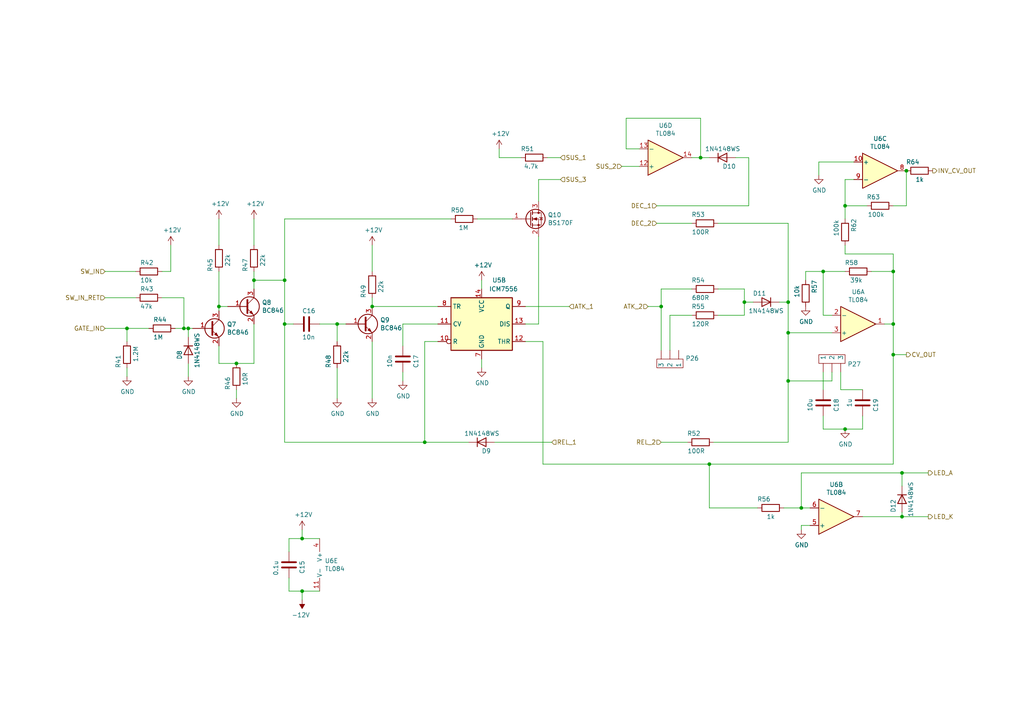
<source format=kicad_sch>
(kicad_sch (version 20211123) (generator eeschema)

  (uuid eafb53d1-7486-4935-b154-2efbffbed6ca)

  (paper "A4")

  (lib_symbols
    (symbol "Amplifier_Operational:TL084" (pin_names (offset 0.127)) (in_bom yes) (on_board yes)
      (property "Reference" "U" (id 0) (at 0 5.08 0)
        (effects (font (size 1.27 1.27)) (justify left))
      )
      (property "Value" "TL084" (id 1) (at 0 -5.08 0)
        (effects (font (size 1.27 1.27)) (justify left))
      )
      (property "Footprint" "" (id 2) (at -1.27 2.54 0)
        (effects (font (size 1.27 1.27)) hide)
      )
      (property "Datasheet" "http://www.ti.com/lit/ds/symlink/tl081.pdf" (id 3) (at 1.27 5.08 0)
        (effects (font (size 1.27 1.27)) hide)
      )
      (property "ki_locked" "" (id 4) (at 0 0 0)
        (effects (font (size 1.27 1.27)))
      )
      (property "ki_keywords" "quad opamp" (id 5) (at 0 0 0)
        (effects (font (size 1.27 1.27)) hide)
      )
      (property "ki_description" "Quad JFET-Input Operational Amplifiers, DIP-14/SOIC-14/SSOP-14" (id 6) (at 0 0 0)
        (effects (font (size 1.27 1.27)) hide)
      )
      (property "ki_fp_filters" "SOIC*3.9x8.7mm*P1.27mm* DIP*W7.62mm* TSSOP*4.4x5mm*P0.65mm* SSOP*5.3x6.2mm*P0.65mm* MSOP*3x3mm*P0.5mm*" (id 7) (at 0 0 0)
        (effects (font (size 1.27 1.27)) hide)
      )
      (symbol "TL084_1_1"
        (polyline
          (pts
            (xy -5.08 5.08)
            (xy 5.08 0)
            (xy -5.08 -5.08)
            (xy -5.08 5.08)
          )
          (stroke (width 0.254) (type default) (color 0 0 0 0))
          (fill (type background))
        )
        (pin output line (at 7.62 0 180) (length 2.54)
          (name "~" (effects (font (size 1.27 1.27))))
          (number "1" (effects (font (size 1.27 1.27))))
        )
        (pin input line (at -7.62 -2.54 0) (length 2.54)
          (name "-" (effects (font (size 1.27 1.27))))
          (number "2" (effects (font (size 1.27 1.27))))
        )
        (pin input line (at -7.62 2.54 0) (length 2.54)
          (name "+" (effects (font (size 1.27 1.27))))
          (number "3" (effects (font (size 1.27 1.27))))
        )
      )
      (symbol "TL084_2_1"
        (polyline
          (pts
            (xy -5.08 5.08)
            (xy 5.08 0)
            (xy -5.08 -5.08)
            (xy -5.08 5.08)
          )
          (stroke (width 0.254) (type default) (color 0 0 0 0))
          (fill (type background))
        )
        (pin input line (at -7.62 2.54 0) (length 2.54)
          (name "+" (effects (font (size 1.27 1.27))))
          (number "5" (effects (font (size 1.27 1.27))))
        )
        (pin input line (at -7.62 -2.54 0) (length 2.54)
          (name "-" (effects (font (size 1.27 1.27))))
          (number "6" (effects (font (size 1.27 1.27))))
        )
        (pin output line (at 7.62 0 180) (length 2.54)
          (name "~" (effects (font (size 1.27 1.27))))
          (number "7" (effects (font (size 1.27 1.27))))
        )
      )
      (symbol "TL084_3_1"
        (polyline
          (pts
            (xy -5.08 5.08)
            (xy 5.08 0)
            (xy -5.08 -5.08)
            (xy -5.08 5.08)
          )
          (stroke (width 0.254) (type default) (color 0 0 0 0))
          (fill (type background))
        )
        (pin input line (at -7.62 2.54 0) (length 2.54)
          (name "+" (effects (font (size 1.27 1.27))))
          (number "10" (effects (font (size 1.27 1.27))))
        )
        (pin output line (at 7.62 0 180) (length 2.54)
          (name "~" (effects (font (size 1.27 1.27))))
          (number "8" (effects (font (size 1.27 1.27))))
        )
        (pin input line (at -7.62 -2.54 0) (length 2.54)
          (name "-" (effects (font (size 1.27 1.27))))
          (number "9" (effects (font (size 1.27 1.27))))
        )
      )
      (symbol "TL084_4_1"
        (polyline
          (pts
            (xy -5.08 5.08)
            (xy 5.08 0)
            (xy -5.08 -5.08)
            (xy -5.08 5.08)
          )
          (stroke (width 0.254) (type default) (color 0 0 0 0))
          (fill (type background))
        )
        (pin input line (at -7.62 2.54 0) (length 2.54)
          (name "+" (effects (font (size 1.27 1.27))))
          (number "12" (effects (font (size 1.27 1.27))))
        )
        (pin input line (at -7.62 -2.54 0) (length 2.54)
          (name "-" (effects (font (size 1.27 1.27))))
          (number "13" (effects (font (size 1.27 1.27))))
        )
        (pin output line (at 7.62 0 180) (length 2.54)
          (name "~" (effects (font (size 1.27 1.27))))
          (number "14" (effects (font (size 1.27 1.27))))
        )
      )
      (symbol "TL084_5_1"
        (pin power_in line (at -2.54 -7.62 90) (length 3.81)
          (name "V-" (effects (font (size 1.27 1.27))))
          (number "11" (effects (font (size 1.27 1.27))))
        )
        (pin power_in line (at -2.54 7.62 270) (length 3.81)
          (name "V+" (effects (font (size 1.27 1.27))))
          (number "4" (effects (font (size 1.27 1.27))))
        )
      )
    )
    (symbol "Device:C" (pin_numbers hide) (pin_names (offset 0.254)) (in_bom yes) (on_board yes)
      (property "Reference" "C" (id 0) (at 0.635 2.54 0)
        (effects (font (size 1.27 1.27)) (justify left))
      )
      (property "Value" "C" (id 1) (at 0.635 -2.54 0)
        (effects (font (size 1.27 1.27)) (justify left))
      )
      (property "Footprint" "" (id 2) (at 0.9652 -3.81 0)
        (effects (font (size 1.27 1.27)) hide)
      )
      (property "Datasheet" "~" (id 3) (at 0 0 0)
        (effects (font (size 1.27 1.27)) hide)
      )
      (property "ki_keywords" "cap capacitor" (id 4) (at 0 0 0)
        (effects (font (size 1.27 1.27)) hide)
      )
      (property "ki_description" "Unpolarized capacitor" (id 5) (at 0 0 0)
        (effects (font (size 1.27 1.27)) hide)
      )
      (property "ki_fp_filters" "C_*" (id 6) (at 0 0 0)
        (effects (font (size 1.27 1.27)) hide)
      )
      (symbol "C_0_1"
        (polyline
          (pts
            (xy -2.032 -0.762)
            (xy 2.032 -0.762)
          )
          (stroke (width 0.508) (type default) (color 0 0 0 0))
          (fill (type none))
        )
        (polyline
          (pts
            (xy -2.032 0.762)
            (xy 2.032 0.762)
          )
          (stroke (width 0.508) (type default) (color 0 0 0 0))
          (fill (type none))
        )
      )
      (symbol "C_1_1"
        (pin passive line (at 0 3.81 270) (length 2.794)
          (name "~" (effects (font (size 1.27 1.27))))
          (number "1" (effects (font (size 1.27 1.27))))
        )
        (pin passive line (at 0 -3.81 90) (length 2.794)
          (name "~" (effects (font (size 1.27 1.27))))
          (number "2" (effects (font (size 1.27 1.27))))
        )
      )
    )
    (symbol "Device:R" (pin_numbers hide) (pin_names (offset 0)) (in_bom yes) (on_board yes)
      (property "Reference" "R" (id 0) (at 2.032 0 90)
        (effects (font (size 1.27 1.27)))
      )
      (property "Value" "R" (id 1) (at 0 0 90)
        (effects (font (size 1.27 1.27)))
      )
      (property "Footprint" "" (id 2) (at -1.778 0 90)
        (effects (font (size 1.27 1.27)) hide)
      )
      (property "Datasheet" "~" (id 3) (at 0 0 0)
        (effects (font (size 1.27 1.27)) hide)
      )
      (property "ki_keywords" "R res resistor" (id 4) (at 0 0 0)
        (effects (font (size 1.27 1.27)) hide)
      )
      (property "ki_description" "Resistor" (id 5) (at 0 0 0)
        (effects (font (size 1.27 1.27)) hide)
      )
      (property "ki_fp_filters" "R_*" (id 6) (at 0 0 0)
        (effects (font (size 1.27 1.27)) hide)
      )
      (symbol "R_0_1"
        (rectangle (start -1.016 -2.54) (end 1.016 2.54)
          (stroke (width 0.254) (type default) (color 0 0 0 0))
          (fill (type none))
        )
      )
      (symbol "R_1_1"
        (pin passive line (at 0 3.81 270) (length 1.27)
          (name "~" (effects (font (size 1.27 1.27))))
          (number "1" (effects (font (size 1.27 1.27))))
        )
        (pin passive line (at 0 -3.81 90) (length 1.27)
          (name "~" (effects (font (size 1.27 1.27))))
          (number "2" (effects (font (size 1.27 1.27))))
        )
      )
    )
    (symbol "Diode:1N4148WS" (pin_numbers hide) (pin_names (offset 1.016) hide) (in_bom yes) (on_board yes)
      (property "Reference" "D" (id 0) (at 0 2.54 0)
        (effects (font (size 1.27 1.27)))
      )
      (property "Value" "1N4148WS" (id 1) (at 0 -2.54 0)
        (effects (font (size 1.27 1.27)))
      )
      (property "Footprint" "Diode_SMD:D_SOD-323" (id 2) (at 0 -4.445 0)
        (effects (font (size 1.27 1.27)) hide)
      )
      (property "Datasheet" "https://www.vishay.com/docs/85751/1n4148ws.pdf" (id 3) (at 0 0 0)
        (effects (font (size 1.27 1.27)) hide)
      )
      (property "ki_keywords" "diode" (id 4) (at 0 0 0)
        (effects (font (size 1.27 1.27)) hide)
      )
      (property "ki_description" "75V 0.15A Fast switching Diode, SOD-323" (id 5) (at 0 0 0)
        (effects (font (size 1.27 1.27)) hide)
      )
      (property "ki_fp_filters" "D*SOD?323*" (id 6) (at 0 0 0)
        (effects (font (size 1.27 1.27)) hide)
      )
      (symbol "1N4148WS_0_1"
        (polyline
          (pts
            (xy -1.27 1.27)
            (xy -1.27 -1.27)
          )
          (stroke (width 0.254) (type default) (color 0 0 0 0))
          (fill (type none))
        )
        (polyline
          (pts
            (xy 1.27 0)
            (xy -1.27 0)
          )
          (stroke (width 0) (type default) (color 0 0 0 0))
          (fill (type none))
        )
        (polyline
          (pts
            (xy 1.27 1.27)
            (xy 1.27 -1.27)
            (xy -1.27 0)
            (xy 1.27 1.27)
          )
          (stroke (width 0.254) (type default) (color 0 0 0 0))
          (fill (type none))
        )
      )
      (symbol "1N4148WS_1_1"
        (pin passive line (at -3.81 0 0) (length 2.54)
          (name "K" (effects (font (size 1.27 1.27))))
          (number "1" (effects (font (size 1.27 1.27))))
        )
        (pin passive line (at 3.81 0 180) (length 2.54)
          (name "A" (effects (font (size 1.27 1.27))))
          (number "2" (effects (font (size 1.27 1.27))))
        )
      )
    )
    (symbol "Timer:ICM7556" (in_bom yes) (on_board yes)
      (property "Reference" "U" (id 0) (at -10.16 8.89 0)
        (effects (font (size 1.27 1.27)) (justify left))
      )
      (property "Value" "ICM7556" (id 1) (at -10.16 -8.89 0)
        (effects (font (size 1.27 1.27)) (justify left))
      )
      (property "Footprint" "" (id 2) (at 0 0 0)
        (effects (font (size 1.27 1.27)) hide)
      )
      (property "Datasheet" "http://www.intersil.com/content/dam/Intersil/documents/icm7/icm7555-56.pdf" (id 3) (at 0 0 0)
        (effects (font (size 1.27 1.27)) hide)
      )
      (property "ki_keywords" "dual timer 556" (id 4) (at 0 0 0)
        (effects (font (size 1.27 1.27)) hide)
      )
      (property "ki_description" "Dual CMOS General Purpose Timer, DIP-14/SOIC-14" (id 5) (at 0 0 0)
        (effects (font (size 1.27 1.27)) hide)
      )
      (property "ki_fp_filters" "DIP*W7.62mm* TSSOP*5.3x6.2mm*P0.65mm* SOIC*3.9x8.7mm*P1.27mm*" (id 6) (at 0 0 0)
        (effects (font (size 1.27 1.27)) hide)
      )
      (symbol "ICM7556_0_0"
        (pin power_in line (at 0 10.16 270) (length 2.54)
          (name "VCC" (effects (font (size 1.27 1.27))))
          (number "14" (effects (font (size 1.27 1.27))))
        )
        (pin power_in line (at 0 -10.16 90) (length 2.54)
          (name "GND" (effects (font (size 1.27 1.27))))
          (number "7" (effects (font (size 1.27 1.27))))
        )
      )
      (symbol "ICM7556_0_1"
        (rectangle (start -8.89 -7.62) (end 8.89 7.62)
          (stroke (width 0.254) (type default) (color 0 0 0 0))
          (fill (type background))
        )
        (rectangle (start -8.89 -7.62) (end 8.89 7.62)
          (stroke (width 0.254) (type default) (color 0 0 0 0))
          (fill (type background))
        )
      )
      (symbol "ICM7556_1_1"
        (pin input line (at 12.7 0 180) (length 3.81)
          (name "DIS" (effects (font (size 1.27 1.27))))
          (number "1" (effects (font (size 1.27 1.27))))
        )
        (pin input line (at 12.7 -5.08 180) (length 3.81)
          (name "THR" (effects (font (size 1.27 1.27))))
          (number "2" (effects (font (size 1.27 1.27))))
        )
        (pin input line (at -12.7 0 0) (length 3.81)
          (name "CV" (effects (font (size 1.27 1.27))))
          (number "3" (effects (font (size 1.27 1.27))))
        )
        (pin input inverted (at -12.7 -5.08 0) (length 3.81)
          (name "R" (effects (font (size 1.27 1.27))))
          (number "4" (effects (font (size 1.27 1.27))))
        )
        (pin output line (at 12.7 5.08 180) (length 3.81)
          (name "Q" (effects (font (size 1.27 1.27))))
          (number "5" (effects (font (size 1.27 1.27))))
        )
        (pin input line (at -12.7 5.08 0) (length 3.81)
          (name "TR" (effects (font (size 1.27 1.27))))
          (number "6" (effects (font (size 1.27 1.27))))
        )
      )
      (symbol "ICM7556_2_1"
        (pin input inverted (at -12.7 -5.08 0) (length 3.81)
          (name "R" (effects (font (size 1.27 1.27))))
          (number "10" (effects (font (size 1.27 1.27))))
        )
        (pin input line (at -12.7 0 0) (length 3.81)
          (name "CV" (effects (font (size 1.27 1.27))))
          (number "11" (effects (font (size 1.27 1.27))))
        )
        (pin input line (at 12.7 -5.08 180) (length 3.81)
          (name "THR" (effects (font (size 1.27 1.27))))
          (number "12" (effects (font (size 1.27 1.27))))
        )
        (pin input line (at 12.7 0 180) (length 3.81)
          (name "DIS" (effects (font (size 1.27 1.27))))
          (number "13" (effects (font (size 1.27 1.27))))
        )
        (pin input line (at -12.7 5.08 0) (length 3.81)
          (name "TR" (effects (font (size 1.27 1.27))))
          (number "8" (effects (font (size 1.27 1.27))))
        )
        (pin output line (at 12.7 5.08 180) (length 3.81)
          (name "Q" (effects (font (size 1.27 1.27))))
          (number "9" (effects (font (size 1.27 1.27))))
        )
      )
    )
    (symbol "Transistor_BJT:BC846" (pin_names (offset 0) hide) (in_bom yes) (on_board yes)
      (property "Reference" "Q" (id 0) (at 5.08 1.905 0)
        (effects (font (size 1.27 1.27)) (justify left))
      )
      (property "Value" "BC846" (id 1) (at 5.08 0 0)
        (effects (font (size 1.27 1.27)) (justify left))
      )
      (property "Footprint" "Package_TO_SOT_SMD:SOT-23" (id 2) (at 5.08 -1.905 0)
        (effects (font (size 1.27 1.27) italic) (justify left) hide)
      )
      (property "Datasheet" "https://assets.nexperia.com/documents/data-sheet/BC846_SER.pdf" (id 3) (at 0 0 0)
        (effects (font (size 1.27 1.27)) (justify left) hide)
      )
      (property "ki_keywords" "NPN Transistor" (id 4) (at 0 0 0)
        (effects (font (size 1.27 1.27)) hide)
      )
      (property "ki_description" "0.1A Ic, 65V Vce, NPN Transistor, SOT-23" (id 5) (at 0 0 0)
        (effects (font (size 1.27 1.27)) hide)
      )
      (property "ki_fp_filters" "SOT?23*" (id 6) (at 0 0 0)
        (effects (font (size 1.27 1.27)) hide)
      )
      (symbol "BC846_0_1"
        (polyline
          (pts
            (xy 0.635 0.635)
            (xy 2.54 2.54)
          )
          (stroke (width 0) (type default) (color 0 0 0 0))
          (fill (type none))
        )
        (polyline
          (pts
            (xy 0.635 -0.635)
            (xy 2.54 -2.54)
            (xy 2.54 -2.54)
          )
          (stroke (width 0) (type default) (color 0 0 0 0))
          (fill (type none))
        )
        (polyline
          (pts
            (xy 0.635 1.905)
            (xy 0.635 -1.905)
            (xy 0.635 -1.905)
          )
          (stroke (width 0.508) (type default) (color 0 0 0 0))
          (fill (type none))
        )
        (polyline
          (pts
            (xy 1.27 -1.778)
            (xy 1.778 -1.27)
            (xy 2.286 -2.286)
            (xy 1.27 -1.778)
            (xy 1.27 -1.778)
          )
          (stroke (width 0) (type default) (color 0 0 0 0))
          (fill (type outline))
        )
        (circle (center 1.27 0) (radius 2.8194)
          (stroke (width 0.254) (type default) (color 0 0 0 0))
          (fill (type none))
        )
      )
      (symbol "BC846_1_1"
        (pin input line (at -5.08 0 0) (length 5.715)
          (name "B" (effects (font (size 1.27 1.27))))
          (number "1" (effects (font (size 1.27 1.27))))
        )
        (pin passive line (at 2.54 -5.08 90) (length 2.54)
          (name "E" (effects (font (size 1.27 1.27))))
          (number "2" (effects (font (size 1.27 1.27))))
        )
        (pin passive line (at 2.54 5.08 270) (length 2.54)
          (name "C" (effects (font (size 1.27 1.27))))
          (number "3" (effects (font (size 1.27 1.27))))
        )
      )
    )
    (symbol "Transistor_FET:BS170F" (pin_names hide) (in_bom yes) (on_board yes)
      (property "Reference" "Q" (id 0) (at 5.08 1.905 0)
        (effects (font (size 1.27 1.27)) (justify left))
      )
      (property "Value" "BS170F" (id 1) (at 5.08 0 0)
        (effects (font (size 1.27 1.27)) (justify left))
      )
      (property "Footprint" "Package_TO_SOT_SMD:SOT-23" (id 2) (at 5.08 -1.905 0)
        (effects (font (size 1.27 1.27) italic) (justify left) hide)
      )
      (property "Datasheet" "http://www.diodes.com/assets/Datasheets/BS170F.pdf" (id 3) (at 0 0 0)
        (effects (font (size 1.27 1.27)) (justify left) hide)
      )
      (property "ki_keywords" "N-Channel MOSFET" (id 4) (at 0 0 0)
        (effects (font (size 1.27 1.27)) hide)
      )
      (property "ki_description" "0.15A Id, 60V Vds, N-Channel MOSFET, SOT-23" (id 5) (at 0 0 0)
        (effects (font (size 1.27 1.27)) hide)
      )
      (property "ki_fp_filters" "SOT?23*" (id 6) (at 0 0 0)
        (effects (font (size 1.27 1.27)) hide)
      )
      (symbol "BS170F_0_1"
        (polyline
          (pts
            (xy 0.254 0)
            (xy -2.54 0)
          )
          (stroke (width 0) (type default) (color 0 0 0 0))
          (fill (type none))
        )
        (polyline
          (pts
            (xy 0.254 1.905)
            (xy 0.254 -1.905)
          )
          (stroke (width 0.254) (type default) (color 0 0 0 0))
          (fill (type none))
        )
        (polyline
          (pts
            (xy 0.762 -1.27)
            (xy 0.762 -2.286)
          )
          (stroke (width 0.254) (type default) (color 0 0 0 0))
          (fill (type none))
        )
        (polyline
          (pts
            (xy 0.762 0.508)
            (xy 0.762 -0.508)
          )
          (stroke (width 0.254) (type default) (color 0 0 0 0))
          (fill (type none))
        )
        (polyline
          (pts
            (xy 0.762 2.286)
            (xy 0.762 1.27)
          )
          (stroke (width 0.254) (type default) (color 0 0 0 0))
          (fill (type none))
        )
        (polyline
          (pts
            (xy 2.54 2.54)
            (xy 2.54 1.778)
          )
          (stroke (width 0) (type default) (color 0 0 0 0))
          (fill (type none))
        )
        (polyline
          (pts
            (xy 2.54 -2.54)
            (xy 2.54 0)
            (xy 0.762 0)
          )
          (stroke (width 0) (type default) (color 0 0 0 0))
          (fill (type none))
        )
        (polyline
          (pts
            (xy 0.762 -1.778)
            (xy 3.302 -1.778)
            (xy 3.302 1.778)
            (xy 0.762 1.778)
          )
          (stroke (width 0) (type default) (color 0 0 0 0))
          (fill (type none))
        )
        (polyline
          (pts
            (xy 1.016 0)
            (xy 2.032 0.381)
            (xy 2.032 -0.381)
            (xy 1.016 0)
          )
          (stroke (width 0) (type default) (color 0 0 0 0))
          (fill (type outline))
        )
        (polyline
          (pts
            (xy 2.794 0.508)
            (xy 2.921 0.381)
            (xy 3.683 0.381)
            (xy 3.81 0.254)
          )
          (stroke (width 0) (type default) (color 0 0 0 0))
          (fill (type none))
        )
        (polyline
          (pts
            (xy 3.302 0.381)
            (xy 2.921 -0.254)
            (xy 3.683 -0.254)
            (xy 3.302 0.381)
          )
          (stroke (width 0) (type default) (color 0 0 0 0))
          (fill (type none))
        )
        (circle (center 1.651 0) (radius 2.794)
          (stroke (width 0.254) (type default) (color 0 0 0 0))
          (fill (type none))
        )
        (circle (center 2.54 -1.778) (radius 0.254)
          (stroke (width 0) (type default) (color 0 0 0 0))
          (fill (type outline))
        )
        (circle (center 2.54 1.778) (radius 0.254)
          (stroke (width 0) (type default) (color 0 0 0 0))
          (fill (type outline))
        )
      )
      (symbol "BS170F_1_1"
        (pin input line (at -5.08 0 0) (length 2.54)
          (name "G" (effects (font (size 1.27 1.27))))
          (number "1" (effects (font (size 1.27 1.27))))
        )
        (pin passive line (at 2.54 -5.08 90) (length 2.54)
          (name "S" (effects (font (size 1.27 1.27))))
          (number "2" (effects (font (size 1.27 1.27))))
        )
        (pin passive line (at 2.54 5.08 270) (length 2.54)
          (name "D" (effects (font (size 1.27 1.27))))
          (number "3" (effects (font (size 1.27 1.27))))
        )
      )
    )
    (symbol "pin-headers:3POS-1ROW-HEADER" (pin_numbers hide) (pin_names (offset 1.016)) (in_bom yes) (on_board yes)
      (property "Reference" "P" (id 0) (at 0 5.08 0)
        (effects (font (size 1.27 1.27)))
      )
      (property "Value" "3POS-1ROW-HEADER" (id 1) (at 0 -5.08 0)
        (effects (font (size 1.27 1.27)))
      )
      (property "Footprint" "pin-headers:3POS-1ROW-HEADER" (id 2) (at -2.54 0 0)
        (effects (font (size 1.27 1.27)) hide)
      )
      (property "Datasheet" "" (id 3) (at -2.54 0 0)
        (effects (font (size 1.27 1.27)) hide)
      )
      (symbol "3POS-1ROW-HEADER_0_1"
        (rectangle (start -1.27 -3.81) (end 1.27 3.81)
          (stroke (width 0) (type default) (color 0 0 0 0))
          (fill (type none))
        )
      )
      (symbol "3POS-1ROW-HEADER_1_1"
        (pin passive line (at -3.81 2.54 0) (length 2.54)
          (name "1" (effects (font (size 1.27 1.27))))
          (number "1" (effects (font (size 1.27 1.27))))
        )
        (pin passive line (at -3.81 0 0) (length 2.54)
          (name "2" (effects (font (size 1.27 1.27))))
          (number "2" (effects (font (size 1.27 1.27))))
        )
        (pin passive line (at -3.81 -2.54 0) (length 2.54)
          (name "3" (effects (font (size 1.27 1.27))))
          (number "3" (effects (font (size 1.27 1.27))))
        )
      )
    )
    (symbol "power:+12V" (power) (pin_names (offset 0)) (in_bom yes) (on_board yes)
      (property "Reference" "#PWR" (id 0) (at 0 -3.81 0)
        (effects (font (size 1.27 1.27)) hide)
      )
      (property "Value" "+12V" (id 1) (at 0 3.556 0)
        (effects (font (size 1.27 1.27)))
      )
      (property "Footprint" "" (id 2) (at 0 0 0)
        (effects (font (size 1.27 1.27)) hide)
      )
      (property "Datasheet" "" (id 3) (at 0 0 0)
        (effects (font (size 1.27 1.27)) hide)
      )
      (property "ki_keywords" "power-flag" (id 4) (at 0 0 0)
        (effects (font (size 1.27 1.27)) hide)
      )
      (property "ki_description" "Power symbol creates a global label with name \"+12V\"" (id 5) (at 0 0 0)
        (effects (font (size 1.27 1.27)) hide)
      )
      (symbol "+12V_0_1"
        (polyline
          (pts
            (xy -0.762 1.27)
            (xy 0 2.54)
          )
          (stroke (width 0) (type default) (color 0 0 0 0))
          (fill (type none))
        )
        (polyline
          (pts
            (xy 0 0)
            (xy 0 2.54)
          )
          (stroke (width 0) (type default) (color 0 0 0 0))
          (fill (type none))
        )
        (polyline
          (pts
            (xy 0 2.54)
            (xy 0.762 1.27)
          )
          (stroke (width 0) (type default) (color 0 0 0 0))
          (fill (type none))
        )
      )
      (symbol "+12V_1_1"
        (pin power_in line (at 0 0 90) (length 0) hide
          (name "+12V" (effects (font (size 1.27 1.27))))
          (number "1" (effects (font (size 1.27 1.27))))
        )
      )
    )
    (symbol "power:-12V" (power) (pin_names (offset 0)) (in_bom yes) (on_board yes)
      (property "Reference" "#PWR" (id 0) (at 0 2.54 0)
        (effects (font (size 1.27 1.27)) hide)
      )
      (property "Value" "-12V" (id 1) (at 0 3.81 0)
        (effects (font (size 1.27 1.27)))
      )
      (property "Footprint" "" (id 2) (at 0 0 0)
        (effects (font (size 1.27 1.27)) hide)
      )
      (property "Datasheet" "" (id 3) (at 0 0 0)
        (effects (font (size 1.27 1.27)) hide)
      )
      (property "ki_keywords" "power-flag" (id 4) (at 0 0 0)
        (effects (font (size 1.27 1.27)) hide)
      )
      (property "ki_description" "Power symbol creates a global label with name \"-12V\"" (id 5) (at 0 0 0)
        (effects (font (size 1.27 1.27)) hide)
      )
      (symbol "-12V_0_0"
        (pin power_in line (at 0 0 90) (length 0) hide
          (name "-12V" (effects (font (size 1.27 1.27))))
          (number "1" (effects (font (size 1.27 1.27))))
        )
      )
      (symbol "-12V_0_1"
        (polyline
          (pts
            (xy 0 0)
            (xy 0 1.27)
            (xy 0.762 1.27)
            (xy 0 2.54)
            (xy -0.762 1.27)
            (xy 0 1.27)
          )
          (stroke (width 0) (type default) (color 0 0 0 0))
          (fill (type outline))
        )
      )
    )
    (symbol "power:GND" (power) (pin_names (offset 0)) (in_bom yes) (on_board yes)
      (property "Reference" "#PWR" (id 0) (at 0 -6.35 0)
        (effects (font (size 1.27 1.27)) hide)
      )
      (property "Value" "GND" (id 1) (at 0 -3.81 0)
        (effects (font (size 1.27 1.27)))
      )
      (property "Footprint" "" (id 2) (at 0 0 0)
        (effects (font (size 1.27 1.27)) hide)
      )
      (property "Datasheet" "" (id 3) (at 0 0 0)
        (effects (font (size 1.27 1.27)) hide)
      )
      (property "ki_keywords" "power-flag" (id 4) (at 0 0 0)
        (effects (font (size 1.27 1.27)) hide)
      )
      (property "ki_description" "Power symbol creates a global label with name \"GND\" , ground" (id 5) (at 0 0 0)
        (effects (font (size 1.27 1.27)) hide)
      )
      (symbol "GND_0_1"
        (polyline
          (pts
            (xy 0 0)
            (xy 0 -1.27)
            (xy 1.27 -1.27)
            (xy 0 -2.54)
            (xy -1.27 -1.27)
            (xy 0 -1.27)
          )
          (stroke (width 0) (type default) (color 0 0 0 0))
          (fill (type none))
        )
      )
      (symbol "GND_1_1"
        (pin power_in line (at 0 0 270) (length 0) hide
          (name "GND" (effects (font (size 1.27 1.27))))
          (number "1" (effects (font (size 1.27 1.27))))
        )
      )
    )
  )

  (junction (at 262.89 49.53) (diameter 0) (color 0 0 0 0)
    (uuid 1020b588-7eb0-4b70-bbff-c77a867c3142)
  )
  (junction (at 191.77 88.9) (diameter 0) (color 0 0 0 0)
    (uuid 1ae3634a-f90f-4c6a-8ba7-b38f98d4ccb2)
  )
  (junction (at 261.62 149.86) (diameter 0) (color 0 0 0 0)
    (uuid 28d267fd-6d61-43bb-9705-8d59d7a44e81)
  )
  (junction (at 36.83 95.25) (diameter 0) (color 0 0 0 0)
    (uuid 2d0d333a-99a0-4575-9433-710c8cc7ac0b)
  )
  (junction (at 203.2 45.72) (diameter 0) (color 0 0 0 0)
    (uuid 2f33286e-7553-4442-acf0-23c61fcd6ab0)
  )
  (junction (at 54.61 95.25) (diameter 0) (color 0 0 0 0)
    (uuid 31070a40-077c-4123-96dd-e39f8a0007ce)
  )
  (junction (at 82.55 93.98) (diameter 0) (color 0 0 0 0)
    (uuid 41524d81-a7f7-45af-a8c6-15609b68d1fd)
  )
  (junction (at 228.6 110.49) (diameter 0) (color 0 0 0 0)
    (uuid 44a8a96b-3053-4222-9241-aa484f5ebe13)
  )
  (junction (at 245.11 59.69) (diameter 0) (color 0 0 0 0)
    (uuid 4648968b-aa58-4f57-8f45-54b088364670)
  )
  (junction (at 82.55 81.28) (diameter 0) (color 0 0 0 0)
    (uuid 4b042b6c-c042-4cf1-ba6e-bd77c51dbedb)
  )
  (junction (at 73.66 81.28) (diameter 0) (color 0 0 0 0)
    (uuid 53ae21b8-f187-4817-8c27-1f06278d249b)
  )
  (junction (at 68.58 105.41) (diameter 0) (color 0 0 0 0)
    (uuid 586ec748-563a-478a-82db-706fb951336a)
  )
  (junction (at 228.6 96.52) (diameter 0) (color 0 0 0 0)
    (uuid 5f059fcf-8990-4db3-9058-7f232d9600e1)
  )
  (junction (at 259.08 93.98) (diameter 0) (color 0 0 0 0)
    (uuid 6a1ae8ee-dea6-4015-b83e-baf8fcdfaf0f)
  )
  (junction (at 261.62 137.16) (diameter 0) (color 0 0 0 0)
    (uuid 6d1e2df9-cc89-4e18-a541-699f0d20dd45)
  )
  (junction (at 87.63 156.21) (diameter 0) (color 0 0 0 0)
    (uuid 7700fef1-de5b-4197-be2d-18385e1e18f9)
  )
  (junction (at 245.11 124.46) (diameter 0) (color 0 0 0 0)
    (uuid 80b9a57f-3326-43ca-b6ca-5e911992b3c4)
  )
  (junction (at 259.08 102.87) (diameter 0) (color 0 0 0 0)
    (uuid 868b5d0d-f911-4724-9580-d9e69eb9f709)
  )
  (junction (at 205.74 134.62) (diameter 0) (color 0 0 0 0)
    (uuid 905b154b-e92b-469d-b2e2-340d67daddb7)
  )
  (junction (at 87.63 171.45) (diameter 0) (color 0 0 0 0)
    (uuid 9404ce4c-2ce6-4f88-8062-13577800d257)
  )
  (junction (at 238.76 78.74) (diameter 0) (color 0 0 0 0)
    (uuid a1701438-3c8b-4b49-8695-36ec7f9ae4d2)
  )
  (junction (at 107.95 88.9) (diameter 0) (color 0 0 0 0)
    (uuid b500fd76-a613-4f44-aac4-99213e86ff44)
  )
  (junction (at 97.79 93.98) (diameter 0) (color 0 0 0 0)
    (uuid bc05cdd5-f72f-4c21-b397-0fa889871114)
  )
  (junction (at 53.34 95.25) (diameter 0) (color 0 0 0 0)
    (uuid c8072c34-0f81-4552-9fbe-4bfe60c53e21)
  )
  (junction (at 215.9 87.63) (diameter 0) (color 0 0 0 0)
    (uuid e6e468d8-2bb7-49d5-a4d0-fde0f6bbe8c6)
  )
  (junction (at 259.08 78.74) (diameter 0) (color 0 0 0 0)
    (uuid ed1f5df2-cfb6-4083-a9e5-5d196546ef9b)
  )
  (junction (at 123.19 128.27) (diameter 0) (color 0 0 0 0)
    (uuid f030cfe8-f922-4a12-a58d-2ff6e60a9bb9)
  )
  (junction (at 232.41 147.32) (diameter 0) (color 0 0 0 0)
    (uuid fc12372f-6e31-40f9-8043-b00b861f0171)
  )
  (junction (at 228.6 87.63) (diameter 0) (color 0 0 0 0)
    (uuid fe1ad3bd-92cc-4e1c-8cc9-a77278095945)
  )
  (junction (at 63.5 88.9) (diameter 0) (color 0 0 0 0)
    (uuid fe9bdc33-eab1-4bdc-9603-57decb38d2a2)
  )

  (wire (pts (xy 261.62 149.86) (xy 261.62 148.59))
    (stroke (width 0) (type default) (color 0 0 0 0))
    (uuid 009b0d62-e9ea-4825-9fdf-befd291c76ce)
  )
  (wire (pts (xy 191.77 88.9) (xy 191.77 83.82))
    (stroke (width 0) (type default) (color 0 0 0 0))
    (uuid 01c59306-91a3-452b-92b5-9af8f8f257d6)
  )
  (wire (pts (xy 241.3 110.49) (xy 228.6 110.49))
    (stroke (width 0) (type default) (color 0 0 0 0))
    (uuid 02289c61-13df-495e-a809-03e3a71bb201)
  )
  (wire (pts (xy 139.7 81.28) (xy 139.7 83.82))
    (stroke (width 0) (type default) (color 0 0 0 0))
    (uuid 042fe62b-53aa-4e86-97d0-9ccb1e16a895)
  )
  (wire (pts (xy 259.08 102.87) (xy 259.08 134.62))
    (stroke (width 0) (type default) (color 0 0 0 0))
    (uuid 058e77a4-10af-4bc8-a984-5984d3bbee4c)
  )
  (wire (pts (xy 217.17 59.69) (xy 217.17 45.72))
    (stroke (width 0) (type default) (color 0 0 0 0))
    (uuid 0a79db37-f1d9-40b1-a24d-8bdfb8f637e2)
  )
  (wire (pts (xy 144.78 45.72) (xy 151.13 45.72))
    (stroke (width 0) (type default) (color 0 0 0 0))
    (uuid 0d095387-710d-4633-a6c3-04eab60b585a)
  )
  (wire (pts (xy 82.55 93.98) (xy 85.09 93.98))
    (stroke (width 0) (type default) (color 0 0 0 0))
    (uuid 0f62e92c-dce6-45dc-a560-b9db10f66ff3)
  )
  (wire (pts (xy 238.76 78.74) (xy 238.76 91.44))
    (stroke (width 0) (type default) (color 0 0 0 0))
    (uuid 1053b01a-057e-4e79-a21c-42780a737ea9)
  )
  (wire (pts (xy 233.68 81.28) (xy 233.68 78.74))
    (stroke (width 0) (type default) (color 0 0 0 0))
    (uuid 105d44ff-63b9-4299-9078-473af583971a)
  )
  (wire (pts (xy 181.61 43.18) (xy 181.61 34.29))
    (stroke (width 0) (type default) (color 0 0 0 0))
    (uuid 10fa1a8c-62cb-4b8f-b916-b18d737ff71b)
  )
  (wire (pts (xy 241.3 91.44) (xy 238.76 91.44))
    (stroke (width 0) (type default) (color 0 0 0 0))
    (uuid 173fd4a7-b485-4e9d-8724-470865466784)
  )
  (wire (pts (xy 245.11 52.07) (xy 247.65 52.07))
    (stroke (width 0) (type default) (color 0 0 0 0))
    (uuid 1c92f382-4ec3-478f-a1ca-afadd3087787)
  )
  (wire (pts (xy 238.76 124.46) (xy 245.11 124.46))
    (stroke (width 0) (type default) (color 0 0 0 0))
    (uuid 1d9dc91c-3457-4ca5-8e42-43be60ae0831)
  )
  (wire (pts (xy 144.78 43.18) (xy 144.78 45.72))
    (stroke (width 0) (type default) (color 0 0 0 0))
    (uuid 23345f3e-d08d-4834-b1dc-64de02569916)
  )
  (wire (pts (xy 100.33 93.98) (xy 97.79 93.98))
    (stroke (width 0) (type default) (color 0 0 0 0))
    (uuid 278deae2-fb37-4957-b2cb-afac30cacb12)
  )
  (wire (pts (xy 123.19 128.27) (xy 135.89 128.27))
    (stroke (width 0) (type default) (color 0 0 0 0))
    (uuid 2938bf2d-2d32-4cb0-9d4d-563ea28ffffa)
  )
  (wire (pts (xy 243.84 113.03) (xy 250.19 113.03))
    (stroke (width 0) (type default) (color 0 0 0 0))
    (uuid 2cb05d43-df82-498c-aae1-4b1a0a350f82)
  )
  (wire (pts (xy 82.55 93.98) (xy 82.55 81.28))
    (stroke (width 0) (type default) (color 0 0 0 0))
    (uuid 2f5467a7-bd49-433c-92f2-60a842e66f7b)
  )
  (wire (pts (xy 217.17 45.72) (xy 213.36 45.72))
    (stroke (width 0) (type default) (color 0 0 0 0))
    (uuid 315d2b15-cfe6-4672-b3ad-24773f3df12c)
  )
  (wire (pts (xy 194.31 101.6) (xy 194.31 91.44))
    (stroke (width 0) (type default) (color 0 0 0 0))
    (uuid 3388a811-b444-4ecc-a564-b22a1b731ab4)
  )
  (wire (pts (xy 107.95 88.9) (xy 127 88.9))
    (stroke (width 0) (type default) (color 0 0 0 0))
    (uuid 341dde39-440e-4d05-8def-6a5cecefd88c)
  )
  (wire (pts (xy 233.68 78.74) (xy 238.76 78.74))
    (stroke (width 0) (type default) (color 0 0 0 0))
    (uuid 341e67eb-d5e1-4cb7-9d11-5aa4ab832a2a)
  )
  (wire (pts (xy 245.11 73.66) (xy 259.08 73.66))
    (stroke (width 0) (type default) (color 0 0 0 0))
    (uuid 36210d52-4f9a-42bc-a022-019a63c67fc2)
  )
  (wire (pts (xy 228.6 64.77) (xy 228.6 87.63))
    (stroke (width 0) (type default) (color 0 0 0 0))
    (uuid 3bb9c3d4-9a6f-41ac-8d1e-92ed4fe334c0)
  )
  (wire (pts (xy 259.08 102.87) (xy 259.08 93.98))
    (stroke (width 0) (type default) (color 0 0 0 0))
    (uuid 3d2a15cb-c492-4d9a-b1dd-7d5f099d2d31)
  )
  (wire (pts (xy 232.41 153.67) (xy 232.41 152.4))
    (stroke (width 0) (type default) (color 0 0 0 0))
    (uuid 3dbc1b14-20e2-4dcb-8347-d33c13d3f0e0)
  )
  (wire (pts (xy 63.5 105.41) (xy 68.58 105.41))
    (stroke (width 0) (type default) (color 0 0 0 0))
    (uuid 3e011a46-81bd-4ecd-b93e-57dffb1143e5)
  )
  (wire (pts (xy 245.11 59.69) (xy 245.11 52.07))
    (stroke (width 0) (type default) (color 0 0 0 0))
    (uuid 3e147ce1-21a6-4e77-a3db-fd00d575cd22)
  )
  (wire (pts (xy 208.28 83.82) (xy 215.9 83.82))
    (stroke (width 0) (type default) (color 0 0 0 0))
    (uuid 3f43c2dc-daa2-45ba-b8ca-7ae5aebed882)
  )
  (wire (pts (xy 73.66 105.41) (xy 73.66 93.98))
    (stroke (width 0) (type default) (color 0 0 0 0))
    (uuid 4198eb99-d244-457e-8768-395280df1a66)
  )
  (wire (pts (xy 30.48 86.36) (xy 39.37 86.36))
    (stroke (width 0) (type default) (color 0 0 0 0))
    (uuid 42bd0f96-a831-406e-abb7-03ed1bbd785f)
  )
  (wire (pts (xy 208.28 64.77) (xy 228.6 64.77))
    (stroke (width 0) (type default) (color 0 0 0 0))
    (uuid 45484f82-420e-44d0-a58e-382bb939dac5)
  )
  (wire (pts (xy 261.62 140.97) (xy 261.62 137.16))
    (stroke (width 0) (type default) (color 0 0 0 0))
    (uuid 45836d49-cd5f-417d-b0f6-c8b43d196a36)
  )
  (wire (pts (xy 232.41 152.4) (xy 234.95 152.4))
    (stroke (width 0) (type default) (color 0 0 0 0))
    (uuid 4b534cd1-c414-4029-9164-e46766faf60e)
  )
  (wire (pts (xy 73.66 78.74) (xy 73.66 81.28))
    (stroke (width 0) (type default) (color 0 0 0 0))
    (uuid 4c6a1dad-7acf-4a52-99b0-316025d1ab04)
  )
  (wire (pts (xy 207.01 128.27) (xy 228.6 128.27))
    (stroke (width 0) (type default) (color 0 0 0 0))
    (uuid 4ef07d45-f940-4cb6-bb96-2ddec13fd099)
  )
  (wire (pts (xy 156.21 52.07) (xy 162.56 52.07))
    (stroke (width 0) (type default) (color 0 0 0 0))
    (uuid 5099f397-6fe7-454f-899c-34e2b5f22ca7)
  )
  (wire (pts (xy 205.74 45.72) (xy 203.2 45.72))
    (stroke (width 0) (type default) (color 0 0 0 0))
    (uuid 5206328f-de7d-41ba-bad8-f1768b7701cb)
  )
  (wire (pts (xy 82.55 128.27) (xy 82.55 93.98))
    (stroke (width 0) (type default) (color 0 0 0 0))
    (uuid 53fda1fb-12bd-4536-80e1-aab5c0e3fc58)
  )
  (wire (pts (xy 87.63 156.21) (xy 92.71 156.21))
    (stroke (width 0) (type default) (color 0 0 0 0))
    (uuid 5626e5e1-59f4-4773-828e-16057ddc3518)
  )
  (wire (pts (xy 30.48 78.74) (xy 39.37 78.74))
    (stroke (width 0) (type default) (color 0 0 0 0))
    (uuid 57543893-39bf-4d83-b4e0-8d020b4a6d48)
  )
  (wire (pts (xy 269.24 149.86) (xy 261.62 149.86))
    (stroke (width 0) (type default) (color 0 0 0 0))
    (uuid 583b0bf3-0699-44db-b975-a241ad040fa4)
  )
  (wire (pts (xy 92.71 93.98) (xy 97.79 93.98))
    (stroke (width 0) (type default) (color 0 0 0 0))
    (uuid 5a889284-4c9f-49be-8f02-e43e18550914)
  )
  (wire (pts (xy 251.46 59.69) (xy 245.11 59.69))
    (stroke (width 0) (type default) (color 0 0 0 0))
    (uuid 5bb32dcb-8a97-4374-8a16-bc17822d4db3)
  )
  (wire (pts (xy 36.83 95.25) (xy 36.83 99.06))
    (stroke (width 0) (type default) (color 0 0 0 0))
    (uuid 629fdb7a-7978-43d0-987e-b84465775826)
  )
  (wire (pts (xy 250.19 149.86) (xy 261.62 149.86))
    (stroke (width 0) (type default) (color 0 0 0 0))
    (uuid 62cbcc21-2cec-41ab-be06-499e1a78d7e7)
  )
  (wire (pts (xy 218.44 87.63) (xy 215.9 87.63))
    (stroke (width 0) (type default) (color 0 0 0 0))
    (uuid 665081dc-8354-4d41-8855-bde8901aee4c)
  )
  (wire (pts (xy 245.11 71.12) (xy 245.11 73.66))
    (stroke (width 0) (type default) (color 0 0 0 0))
    (uuid 67d6d490-a9a4-4ec7-8744-7c7abc821282)
  )
  (wire (pts (xy 228.6 110.49) (xy 228.6 128.27))
    (stroke (width 0) (type default) (color 0 0 0 0))
    (uuid 6999550c-f78a-4aae-9243-1b3881f5bb3b)
  )
  (wire (pts (xy 228.6 96.52) (xy 228.6 87.63))
    (stroke (width 0) (type default) (color 0 0 0 0))
    (uuid 6a25c4e1-7129-430c-892b-6eecb6ffdb47)
  )
  (wire (pts (xy 54.61 109.22) (xy 54.61 105.41))
    (stroke (width 0) (type default) (color 0 0 0 0))
    (uuid 6aa022fb-09ce-49d9-86b1-c73b3ee817e2)
  )
  (wire (pts (xy 194.31 91.44) (xy 200.66 91.44))
    (stroke (width 0) (type default) (color 0 0 0 0))
    (uuid 6e508bf2-c65e-4107-867d-a3cf9a86c69e)
  )
  (wire (pts (xy 107.95 99.06) (xy 107.95 115.57))
    (stroke (width 0) (type default) (color 0 0 0 0))
    (uuid 70186eba-dcad-4878-bf16-887f6eee49df)
  )
  (wire (pts (xy 252.73 78.74) (xy 259.08 78.74))
    (stroke (width 0) (type default) (color 0 0 0 0))
    (uuid 7043f61a-4f1e-4cab-9031-a6449e41a893)
  )
  (wire (pts (xy 87.63 173.99) (xy 87.63 171.45))
    (stroke (width 0) (type default) (color 0 0 0 0))
    (uuid 717b25a7-c9c2-4f6f-b744-a96113325c99)
  )
  (wire (pts (xy 82.55 63.5) (xy 130.81 63.5))
    (stroke (width 0) (type default) (color 0 0 0 0))
    (uuid 71aa3829-956e-4ff9-af3f-b06e50ab2b5a)
  )
  (wire (pts (xy 191.77 88.9) (xy 191.77 101.6))
    (stroke (width 0) (type default) (color 0 0 0 0))
    (uuid 73a6ec8e-8641-4014-be28-4611d398be32)
  )
  (wire (pts (xy 203.2 34.29) (xy 203.2 45.72))
    (stroke (width 0) (type default) (color 0 0 0 0))
    (uuid 750e60a2-e808-4253-8275-b79930fb2714)
  )
  (wire (pts (xy 232.41 147.32) (xy 234.95 147.32))
    (stroke (width 0) (type default) (color 0 0 0 0))
    (uuid 761492e2-a989-4596-80c3-fcd6943df072)
  )
  (wire (pts (xy 83.82 167.64) (xy 83.82 171.45))
    (stroke (width 0) (type default) (color 0 0 0 0))
    (uuid 771cb5c1-62ba-4cca-999e-cdcbe417213c)
  )
  (wire (pts (xy 205.74 134.62) (xy 259.08 134.62))
    (stroke (width 0) (type default) (color 0 0 0 0))
    (uuid 778b0e81-d70b-4705-ae45-b4c475c88dab)
  )
  (wire (pts (xy 46.99 86.36) (xy 53.34 86.36))
    (stroke (width 0) (type default) (color 0 0 0 0))
    (uuid 7c6e532b-1afd-48d4-9389-2942dcbc7c3c)
  )
  (wire (pts (xy 36.83 109.22) (xy 36.83 106.68))
    (stroke (width 0) (type default) (color 0 0 0 0))
    (uuid 7e498af5-a41b-4f8f-8a13-10c00a9160aa)
  )
  (wire (pts (xy 241.3 107.95) (xy 241.3 110.49))
    (stroke (width 0) (type default) (color 0 0 0 0))
    (uuid 8202d57b-d5d2-4a80-8c03-3c6bdbbd1ddf)
  )
  (wire (pts (xy 152.4 88.9) (xy 165.1 88.9))
    (stroke (width 0) (type default) (color 0 0 0 0))
    (uuid 82907d2e-4560-49c2-9cfc-01b127317195)
  )
  (wire (pts (xy 83.82 160.02) (xy 83.82 156.21))
    (stroke (width 0) (type default) (color 0 0 0 0))
    (uuid 830aee7f-dfce-42cd-85ef-6370f6dc02f5)
  )
  (wire (pts (xy 68.58 115.57) (xy 68.58 113.03))
    (stroke (width 0) (type default) (color 0 0 0 0))
    (uuid 8385d9f6-6997-423b-b38d-d0ab00c45f3f)
  )
  (wire (pts (xy 73.66 81.28) (xy 82.55 81.28))
    (stroke (width 0) (type default) (color 0 0 0 0))
    (uuid 83d85a81-e014-4ee9-9433-a9a045c80893)
  )
  (wire (pts (xy 228.6 96.52) (xy 228.6 110.49))
    (stroke (width 0) (type default) (color 0 0 0 0))
    (uuid 846ce0b5-f99e-4df4-8803-62f82ae6f3e3)
  )
  (wire (pts (xy 116.84 100.33) (xy 116.84 93.98))
    (stroke (width 0) (type default) (color 0 0 0 0))
    (uuid 87a0ffb1-5477-4b20-a3ac-fef5af129a33)
  )
  (wire (pts (xy 250.19 124.46) (xy 250.19 120.65))
    (stroke (width 0) (type default) (color 0 0 0 0))
    (uuid 897277a3-b7ce-4d18-8c5f-1c984a246298)
  )
  (wire (pts (xy 123.19 99.06) (xy 123.19 128.27))
    (stroke (width 0) (type default) (color 0 0 0 0))
    (uuid 89bd1fdd-6a91-474e-8495-7a2ba7eb6260)
  )
  (wire (pts (xy 190.5 64.77) (xy 200.66 64.77))
    (stroke (width 0) (type default) (color 0 0 0 0))
    (uuid 89fb4a63-a18d-4c7e-be12-f061ef4bf0c0)
  )
  (wire (pts (xy 127 99.06) (xy 123.19 99.06))
    (stroke (width 0) (type default) (color 0 0 0 0))
    (uuid 8b022692-69b7-4bd6-bf38-57edecf356fa)
  )
  (wire (pts (xy 46.99 78.74) (xy 49.53 78.74))
    (stroke (width 0) (type default) (color 0 0 0 0))
    (uuid 8cb5a828-8cef-4784-b78d-175b49646952)
  )
  (wire (pts (xy 83.82 171.45) (xy 87.63 171.45))
    (stroke (width 0) (type default) (color 0 0 0 0))
    (uuid 8e75264b-b45e-45ec-b230-7e1dce7d68b3)
  )
  (wire (pts (xy 63.5 78.74) (xy 63.5 88.9))
    (stroke (width 0) (type default) (color 0 0 0 0))
    (uuid 909d0bdd-8a15-40f2-9dfd-be4a5d2d6b25)
  )
  (wire (pts (xy 82.55 81.28) (xy 82.55 63.5))
    (stroke (width 0) (type default) (color 0 0 0 0))
    (uuid 90f2ca05-313f-4af8-87b1-a8109224a221)
  )
  (wire (pts (xy 123.19 128.27) (xy 82.55 128.27))
    (stroke (width 0) (type default) (color 0 0 0 0))
    (uuid 929c74c0-78bf-4efe-a778-fa328e951865)
  )
  (wire (pts (xy 232.41 137.16) (xy 232.41 147.32))
    (stroke (width 0) (type default) (color 0 0 0 0))
    (uuid 92d17eb0-c75d-48d9-ae9e-ea0c7f723be4)
  )
  (wire (pts (xy 219.71 147.32) (xy 205.74 147.32))
    (stroke (width 0) (type default) (color 0 0 0 0))
    (uuid 92d938cc-f8b1-437d-8914-3d97a0938f67)
  )
  (wire (pts (xy 143.51 128.27) (xy 160.02 128.27))
    (stroke (width 0) (type default) (color 0 0 0 0))
    (uuid 93afd2e8-e16c-4e06-b872-cf0e624aee35)
  )
  (wire (pts (xy 259.08 93.98) (xy 256.54 93.98))
    (stroke (width 0) (type default) (color 0 0 0 0))
    (uuid 96ee9b8e-4543-4639-b9ea-44b8baaaf94e)
  )
  (wire (pts (xy 215.9 87.63) (xy 215.9 91.44))
    (stroke (width 0) (type default) (color 0 0 0 0))
    (uuid 97cc05bf-4ed5-449c-b0c8-131e5126a7ac)
  )
  (wire (pts (xy 49.53 78.74) (xy 49.53 71.12))
    (stroke (width 0) (type default) (color 0 0 0 0))
    (uuid 9bb406d9-c650-4e67-9a26-3195d4de542e)
  )
  (wire (pts (xy 30.48 95.25) (xy 36.83 95.25))
    (stroke (width 0) (type default) (color 0 0 0 0))
    (uuid 9c5933cf-1535-4465-90dd-da9b75afcdcf)
  )
  (wire (pts (xy 185.42 43.18) (xy 181.61 43.18))
    (stroke (width 0) (type default) (color 0 0 0 0))
    (uuid 9e18f8b3-9e1a-4022-9224-10c12ca8a28d)
  )
  (wire (pts (xy 157.48 134.62) (xy 205.74 134.62))
    (stroke (width 0) (type default) (color 0 0 0 0))
    (uuid a08c061a-7f5b-4909-b673-0d0a59a012a3)
  )
  (wire (pts (xy 156.21 52.07) (xy 156.21 58.42))
    (stroke (width 0) (type default) (color 0 0 0 0))
    (uuid a12b751e-ae7a-468c-af3d-31ed4d501b01)
  )
  (wire (pts (xy 156.21 68.58) (xy 156.21 93.98))
    (stroke (width 0) (type default) (color 0 0 0 0))
    (uuid a311f3c6-42e3-4584-9725-4a62ff91b6e3)
  )
  (wire (pts (xy 66.04 88.9) (xy 63.5 88.9))
    (stroke (width 0) (type default) (color 0 0 0 0))
    (uuid a46a2b22-69cf-45fb-b1d2-32ac89bbd3c8)
  )
  (wire (pts (xy 187.96 88.9) (xy 191.77 88.9))
    (stroke (width 0) (type default) (color 0 0 0 0))
    (uuid a4911204-1308-4d17-90a9-1ff5f9c57c9b)
  )
  (wire (pts (xy 245.11 63.5) (xy 245.11 59.69))
    (stroke (width 0) (type default) (color 0 0 0 0))
    (uuid a7cad282-51c3-4f24-be5e-311c2c5e959b)
  )
  (wire (pts (xy 243.84 107.95) (xy 243.84 113.03))
    (stroke (width 0) (type default) (color 0 0 0 0))
    (uuid abe3c03e-744a-4406-8e50-6a10745f0c43)
  )
  (wire (pts (xy 63.5 100.33) (xy 63.5 105.41))
    (stroke (width 0) (type default) (color 0 0 0 0))
    (uuid b1240f00-ec43-4c0b-9a41-43264db8a893)
  )
  (wire (pts (xy 237.49 50.8) (xy 237.49 46.99))
    (stroke (width 0) (type default) (color 0 0 0 0))
    (uuid b31ebd25-cf4c-4c3e-b83d-0ec793b65cd9)
  )
  (wire (pts (xy 53.34 95.25) (xy 54.61 95.25))
    (stroke (width 0) (type default) (color 0 0 0 0))
    (uuid b4675fcd-90dd-499b-8feb-46b51a88378c)
  )
  (wire (pts (xy 55.88 95.25) (xy 54.61 95.25))
    (stroke (width 0) (type default) (color 0 0 0 0))
    (uuid b4fbe1fb-a9a3-4020-9a82-d3fa1900cd85)
  )
  (wire (pts (xy 63.5 88.9) (xy 63.5 90.17))
    (stroke (width 0) (type default) (color 0 0 0 0))
    (uuid b5d84bc0-4d9a-4d1d-a476-5c6b51309fca)
  )
  (wire (pts (xy 237.49 46.99) (xy 247.65 46.99))
    (stroke (width 0) (type default) (color 0 0 0 0))
    (uuid b8382866-f10b-4adc-84fc-f6e5dd44681b)
  )
  (wire (pts (xy 116.84 110.49) (xy 116.84 107.95))
    (stroke (width 0) (type default) (color 0 0 0 0))
    (uuid b9c0c276-e6f1-47dd-b072-0f92904248ca)
  )
  (wire (pts (xy 241.3 96.52) (xy 228.6 96.52))
    (stroke (width 0) (type default) (color 0 0 0 0))
    (uuid bab3431c-ede6-417b-8033-763748a11a9f)
  )
  (wire (pts (xy 138.43 63.5) (xy 148.59 63.5))
    (stroke (width 0) (type default) (color 0 0 0 0))
    (uuid bcacf97a-a49b-480c-96ed-a857f56faeb2)
  )
  (wire (pts (xy 73.66 81.28) (xy 73.66 83.82))
    (stroke (width 0) (type default) (color 0 0 0 0))
    (uuid c0c62e93-8e84-4f2b-96ae-e90b55e0550a)
  )
  (wire (pts (xy 68.58 105.41) (xy 73.66 105.41))
    (stroke (width 0) (type default) (color 0 0 0 0))
    (uuid c1c05ce7-1c25-4382-b3b9-d3ec327783d4)
  )
  (wire (pts (xy 97.79 106.68) (xy 97.79 115.57))
    (stroke (width 0) (type default) (color 0 0 0 0))
    (uuid c480dba7-51ff-4a4f-9251-e48b2784c64a)
  )
  (wire (pts (xy 215.9 91.44) (xy 208.28 91.44))
    (stroke (width 0) (type default) (color 0 0 0 0))
    (uuid c482f4f0-b441-4301-a9f1-c7f9e511d699)
  )
  (wire (pts (xy 116.84 93.98) (xy 127 93.98))
    (stroke (width 0) (type default) (color 0 0 0 0))
    (uuid c62adb8b-b306-48da-b0ae-f6a287e54f62)
  )
  (wire (pts (xy 259.08 73.66) (xy 259.08 78.74))
    (stroke (width 0) (type default) (color 0 0 0 0))
    (uuid c860c4e9-3ddd-4065-857c-b9aedc01e6ad)
  )
  (wire (pts (xy 180.34 48.26) (xy 185.42 48.26))
    (stroke (width 0) (type default) (color 0 0 0 0))
    (uuid cd48b13f-c989-4ac1-a7f0-053afcd77527)
  )
  (wire (pts (xy 238.76 107.95) (xy 238.76 113.03))
    (stroke (width 0) (type default) (color 0 0 0 0))
    (uuid cfcae4a3-5d05-48fe-9a5f-9dcd4da4bd65)
  )
  (wire (pts (xy 227.33 147.32) (xy 232.41 147.32))
    (stroke (width 0) (type default) (color 0 0 0 0))
    (uuid d04eabf5-018b-4006-a739-ce16277681b7)
  )
  (wire (pts (xy 156.21 93.98) (xy 152.4 93.98))
    (stroke (width 0) (type default) (color 0 0 0 0))
    (uuid d372e2ac-d81e-48b7-8c55-9bbe58eeffc3)
  )
  (wire (pts (xy 107.95 78.74) (xy 107.95 71.12))
    (stroke (width 0) (type default) (color 0 0 0 0))
    (uuid d396ce56-1974-47b7-a41b-ae2b20ef835c)
  )
  (wire (pts (xy 53.34 86.36) (xy 53.34 95.25))
    (stroke (width 0) (type default) (color 0 0 0 0))
    (uuid d53baa32-ba88-4646-9db3-0e9b0f0da4f0)
  )
  (wire (pts (xy 228.6 87.63) (xy 226.06 87.63))
    (stroke (width 0) (type default) (color 0 0 0 0))
    (uuid d554632b-6dd0-47f8-b59b-3ce25177ca3e)
  )
  (wire (pts (xy 259.08 59.69) (xy 262.89 59.69))
    (stroke (width 0) (type default) (color 0 0 0 0))
    (uuid d5b0938b-9efb-4b58-8ac4-d92da9ed2e30)
  )
  (wire (pts (xy 190.5 59.69) (xy 217.17 59.69))
    (stroke (width 0) (type default) (color 0 0 0 0))
    (uuid d5c86a84-6c8b-48b5-b583-2fe7052421ab)
  )
  (wire (pts (xy 152.4 99.06) (xy 157.48 99.06))
    (stroke (width 0) (type default) (color 0 0 0 0))
    (uuid d8f24303-7e52-49a9-9e82-8d60c3aaa009)
  )
  (wire (pts (xy 259.08 78.74) (xy 259.08 93.98))
    (stroke (width 0) (type default) (color 0 0 0 0))
    (uuid de438bc3-2eba-4b9f-95e9-35ce5db157f6)
  )
  (wire (pts (xy 43.18 95.25) (xy 36.83 95.25))
    (stroke (width 0) (type default) (color 0 0 0 0))
    (uuid df9a1242-2d73-4343-b170-237bc9a8080f)
  )
  (wire (pts (xy 215.9 83.82) (xy 215.9 87.63))
    (stroke (width 0) (type default) (color 0 0 0 0))
    (uuid e1fe6230-75c5-4750-aaea-24a9b80589d8)
  )
  (wire (pts (xy 139.7 106.68) (xy 139.7 104.14))
    (stroke (width 0) (type default) (color 0 0 0 0))
    (uuid e46ecd61-0bbe-4b9f-a151-a2cacac5967b)
  )
  (wire (pts (xy 238.76 120.65) (xy 238.76 124.46))
    (stroke (width 0) (type default) (color 0 0 0 0))
    (uuid e6bf257d-5112-423c-b70a-adf8446f29da)
  )
  (wire (pts (xy 181.61 34.29) (xy 203.2 34.29))
    (stroke (width 0) (type default) (color 0 0 0 0))
    (uuid e7376da1-2f59-4570-81e8-46fca0289df0)
  )
  (wire (pts (xy 107.95 86.36) (xy 107.95 88.9))
    (stroke (width 0) (type default) (color 0 0 0 0))
    (uuid e7893166-2c2c-41b4-bd84-76ebc2e06551)
  )
  (wire (pts (xy 158.75 45.72) (xy 162.56 45.72))
    (stroke (width 0) (type default) (color 0 0 0 0))
    (uuid ea7c53f9-3aa8-4198-9879-de95a5257915)
  )
  (wire (pts (xy 97.79 93.98) (xy 97.79 99.06))
    (stroke (width 0) (type default) (color 0 0 0 0))
    (uuid eb7e294c-b398-413b-8b78-85a66ed5f3ea)
  )
  (wire (pts (xy 245.11 124.46) (xy 250.19 124.46))
    (stroke (width 0) (type default) (color 0 0 0 0))
    (uuid ed612f6d-67c1-4198-976d-84139f8d99bc)
  )
  (wire (pts (xy 83.82 156.21) (xy 87.63 156.21))
    (stroke (width 0) (type default) (color 0 0 0 0))
    (uuid ee9a2826-2513-480e-a552-3d07af5bf8a5)
  )
  (wire (pts (xy 191.77 83.82) (xy 200.66 83.82))
    (stroke (width 0) (type default) (color 0 0 0 0))
    (uuid ef3a2f4c-5879-4e98-ad30-6b8614410fba)
  )
  (wire (pts (xy 53.34 95.25) (xy 50.8 95.25))
    (stroke (width 0) (type default) (color 0 0 0 0))
    (uuid ef3dded2-639c-45d4-8076-84cfb5189592)
  )
  (wire (pts (xy 261.62 137.16) (xy 232.41 137.16))
    (stroke (width 0) (type default) (color 0 0 0 0))
    (uuid ef400389-7e37-4c93-8647-76318089d59f)
  )
  (wire (pts (xy 199.39 128.27) (xy 191.77 128.27))
    (stroke (width 0) (type default) (color 0 0 0 0))
    (uuid f240e733-157e-4a15-812f-78f42d8a8322)
  )
  (wire (pts (xy 87.63 171.45) (xy 92.71 171.45))
    (stroke (width 0) (type default) (color 0 0 0 0))
    (uuid f2c43eeb-76da-49f4-b8e6-cd74ebb3190b)
  )
  (wire (pts (xy 262.89 102.87) (xy 259.08 102.87))
    (stroke (width 0) (type default) (color 0 0 0 0))
    (uuid f7758f2a-e5c9-405c-960a-353b36eaf72d)
  )
  (wire (pts (xy 203.2 45.72) (xy 200.66 45.72))
    (stroke (width 0) (type default) (color 0 0 0 0))
    (uuid f879c0e8-5893-4eb4-8e59-2292a632100f)
  )
  (wire (pts (xy 87.63 153.67) (xy 87.63 156.21))
    (stroke (width 0) (type default) (color 0 0 0 0))
    (uuid f87a4771-a0a7-489f-9d85-4574dbea71cc)
  )
  (wire (pts (xy 238.76 78.74) (xy 245.11 78.74))
    (stroke (width 0) (type default) (color 0 0 0 0))
    (uuid f8a90052-1a8b-4ce5-a1fd-87db944dceac)
  )
  (wire (pts (xy 73.66 71.12) (xy 73.66 63.5))
    (stroke (width 0) (type default) (color 0 0 0 0))
    (uuid fab1abc4-c49d-4b88-8c7f-939d7feb7b6c)
  )
  (wire (pts (xy 205.74 147.32) (xy 205.74 134.62))
    (stroke (width 0) (type default) (color 0 0 0 0))
    (uuid fab985e9-e679-4dd8-a59c-e3195d08506a)
  )
  (wire (pts (xy 63.5 71.12) (xy 63.5 63.5))
    (stroke (width 0) (type default) (color 0 0 0 0))
    (uuid fb191df4-267d-4797-80dd-be346b8eeb99)
  )
  (wire (pts (xy 157.48 99.06) (xy 157.48 134.62))
    (stroke (width 0) (type default) (color 0 0 0 0))
    (uuid fcb4f52a-a6cb-4ca0-970a-4c8a2c0f3942)
  )
  (wire (pts (xy 262.89 59.69) (xy 262.89 49.53))
    (stroke (width 0) (type default) (color 0 0 0 0))
    (uuid fd146ca2-8fb8-4c71-9277-84f69bc5d3fc)
  )
  (wire (pts (xy 54.61 95.25) (xy 54.61 97.79))
    (stroke (width 0) (type default) (color 0 0 0 0))
    (uuid ff2f00dc-dff2-4a19-af27-f5c793a8d261)
  )
  (wire (pts (xy 269.24 137.16) (xy 261.62 137.16))
    (stroke (width 0) (type default) (color 0 0 0 0))
    (uuid ffb86135-b43f-4a42-9aa6-73aa7ba972a9)
  )

  (hierarchical_label "LED_K" (shape output) (at 269.24 149.86 0)
    (effects (font (size 1.27 1.27)) (justify left))
    (uuid 094dc71e-7ea9-4e30-8ba7-749216ec2a8b)
  )
  (hierarchical_label "SUS_3" (shape input) (at 162.56 52.07 0)
    (effects (font (size 1.27 1.27)) (justify left))
    (uuid 0ff398d7-e6e2-4972-a7a4-438407886f34)
  )
  (hierarchical_label "LED_A" (shape output) (at 269.24 137.16 0)
    (effects (font (size 1.27 1.27)) (justify left))
    (uuid 186c3f1e-1c94-498e-abf2-1069980f6633)
  )
  (hierarchical_label "DEC_2" (shape input) (at 190.5 64.77 180)
    (effects (font (size 1.27 1.27)) (justify right))
    (uuid 188eabba-12a3-47b7-9be1-03f0c5a948eb)
  )
  (hierarchical_label "SUS_1" (shape input) (at 162.56 45.72 0)
    (effects (font (size 1.27 1.27)) (justify left))
    (uuid 18dee026-9999-4f10-8c36-736131349406)
  )
  (hierarchical_label "SW_IN_RET" (shape input) (at 30.48 86.36 180)
    (effects (font (size 1.27 1.27)) (justify right))
    (uuid 2c488362-c230-4f6d-82f9-a229b1171a23)
  )
  (hierarchical_label "ATK_1" (shape input) (at 165.1 88.9 0)
    (effects (font (size 1.27 1.27)) (justify left))
    (uuid 5a319d05-1a85-43fe-a179-ebcee7212a03)
  )
  (hierarchical_label "ATK_2" (shape input) (at 187.96 88.9 180)
    (effects (font (size 1.27 1.27)) (justify right))
    (uuid 80ace02d-cb21-4f08-bc25-572a9e56ff99)
  )
  (hierarchical_label "SW_IN" (shape input) (at 30.48 78.74 180)
    (effects (font (size 1.27 1.27)) (justify right))
    (uuid 89df70f4-3579-42b9-861e-6beb04a3b25e)
  )
  (hierarchical_label "REL_2" (shape input) (at 191.77 128.27 180)
    (effects (font (size 1.27 1.27)) (justify right))
    (uuid a09cb1c4-cc63-49c7-a35f-4b80c3ba2217)
  )
  (hierarchical_label "INV_CV_OUT" (shape output) (at 270.51 49.53 0)
    (effects (font (size 1.27 1.27)) (justify left))
    (uuid a2a33a3d-c501-4e33-b67b-7d07ef8aa4a7)
  )
  (hierarchical_label "GATE_IN" (shape input) (at 30.48 95.25 180)
    (effects (font (size 1.27 1.27)) (justify right))
    (uuid a5e6f7cb-0a81-4357-a11f-231d23300342)
  )
  (hierarchical_label "REL_1" (shape input) (at 160.02 128.27 0)
    (effects (font (size 1.27 1.27)) (justify left))
    (uuid ab34b936-8ca5-4be1-8599-504cb86609fc)
  )
  (hierarchical_label "DEC_1" (shape input) (at 190.5 59.69 180)
    (effects (font (size 1.27 1.27)) (justify right))
    (uuid c38f28b6-5bd4-4cf9-b273-1e7b230f6b42)
  )
  (hierarchical_label "SUS_2" (shape input) (at 180.34 48.26 180)
    (effects (font (size 1.27 1.27)) (justify right))
    (uuid db532ed2-914c-41b4-b389-de2bf235d0a7)
  )
  (hierarchical_label "CV_OUT" (shape output) (at 262.89 102.87 0)
    (effects (font (size 1.27 1.27)) (justify left))
    (uuid f2044410-03ac-4994-9652-9e5f480320f0)
  )

  (symbol (lib_id "Timer:ICM7556") (at 139.7 93.98 0) (unit 2)
    (in_bom yes) (on_board yes)
    (uuid 00000000-0000-0000-0000-00005ffb772b)
    (property "Reference" "U5" (id 0) (at 144.78 81.28 0))
    (property "Value" "ICM7556" (id 1) (at 146.05 83.82 0))
    (property "Footprint" "Package_SO:SOIC-14_3.9x8.7mm_P1.27mm" (id 2) (at 139.7 93.98 0)
      (effects (font (size 1.27 1.27)) hide)
    )
    (property "Datasheet" "http://www.intersil.com/content/dam/Intersil/documents/icm7/icm7555-56.pdf" (id 3) (at 139.7 93.98 0)
      (effects (font (size 1.27 1.27)) hide)
    )
    (pin "14" (uuid 99177a8c-4259-4193-8f04-492552f3d7f6))
    (pin "7" (uuid 847ad873-046a-4957-8014-2ac5ecfbe69d))
    (pin "10" (uuid 54ea3c91-f824-4ee5-a744-4634dc7b3e93))
    (pin "11" (uuid 98a23d00-885d-4c2a-a965-443334b02ba5))
    (pin "12" (uuid d837f2d5-2296-4a05-a588-a3bb61c2f9ad))
    (pin "13" (uuid c8c061b1-f30f-40d8-87f9-8fe6625e9767))
    (pin "8" (uuid 83edc8a6-eedc-4cb4-9287-2cd2c14a076b))
    (pin "9" (uuid 3aff2358-533f-4b29-9110-e5992b346b25))
  )

  (symbol (lib_id "Device:R") (at 43.18 78.74 270) (unit 1)
    (in_bom yes) (on_board yes)
    (uuid 00000000-0000-0000-0000-00005ffdfff6)
    (property "Reference" "R42" (id 0) (at 40.64 76.2 90)
      (effects (font (size 1.27 1.27)) (justify left))
    )
    (property "Value" "10k" (id 1) (at 40.64 81.28 90)
      (effects (font (size 1.27 1.27)) (justify left))
    )
    (property "Footprint" "Resistor_SMD:R_0603_1608Metric" (id 2) (at 43.18 76.962 90)
      (effects (font (size 1.27 1.27)) hide)
    )
    (property "Datasheet" "~" (id 3) (at 43.18 78.74 0)
      (effects (font (size 1.27 1.27)) hide)
    )
    (pin "1" (uuid ce808e96-ce99-4498-9334-4d1036fd93e4))
    (pin "2" (uuid 932cad36-6800-4ed4-a4be-fca871e6dcfa))
  )

  (symbol (lib_id "Device:C") (at 88.9 93.98 270) (unit 1)
    (in_bom yes) (on_board yes)
    (uuid 00000000-0000-0000-0000-00005ffdfffc)
    (property "Reference" "C16" (id 0) (at 87.63 90.17 90)
      (effects (font (size 1.27 1.27)) (justify left))
    )
    (property "Value" "10n" (id 1) (at 87.63 97.79 90)
      (effects (font (size 1.27 1.27)) (justify left))
    )
    (property "Footprint" "Capacitor_SMD:C_0603_1608Metric" (id 2) (at 85.09 94.9452 0)
      (effects (font (size 1.27 1.27)) hide)
    )
    (property "Datasheet" "~" (id 3) (at 88.9 93.98 0)
      (effects (font (size 1.27 1.27)) hide)
    )
    (pin "1" (uuid c55530bd-98d9-470d-8762-d543d527b1f4))
    (pin "2" (uuid 5318a866-e3e7-4506-83f9-ddc63853dd1c))
  )

  (symbol (lib_id "power:+12V") (at 49.53 71.12 0) (unit 1)
    (in_bom yes) (on_board yes)
    (uuid 00000000-0000-0000-0000-00005ffe0002)
    (property "Reference" "#PWR050" (id 0) (at 49.53 74.93 0)
      (effects (font (size 1.27 1.27)) hide)
    )
    (property "Value" "+12V" (id 1) (at 49.911 66.7258 0))
    (property "Footprint" "" (id 2) (at 49.53 71.12 0)
      (effects (font (size 1.27 1.27)) hide)
    )
    (property "Datasheet" "" (id 3) (at 49.53 71.12 0)
      (effects (font (size 1.27 1.27)) hide)
    )
    (pin "1" (uuid 801dd6d5-4bdb-4bb9-be36-9cf40103594e))
  )

  (symbol (lib_id "power:GND") (at 139.7 106.68 0) (unit 1)
    (in_bom yes) (on_board yes)
    (uuid 00000000-0000-0000-0000-00005ffe0008)
    (property "Reference" "#PWR062" (id 0) (at 139.7 113.03 0)
      (effects (font (size 1.27 1.27)) hide)
    )
    (property "Value" "GND" (id 1) (at 139.827 111.0742 0))
    (property "Footprint" "" (id 2) (at 139.7 106.68 0)
      (effects (font (size 1.27 1.27)) hide)
    )
    (property "Datasheet" "" (id 3) (at 139.7 106.68 0)
      (effects (font (size 1.27 1.27)) hide)
    )
    (pin "1" (uuid 01ae48c9-eabc-4cd9-8b5a-71e7a931efe3))
  )

  (symbol (lib_id "Device:R") (at 43.18 86.36 270) (unit 1)
    (in_bom yes) (on_board yes)
    (uuid 00000000-0000-0000-0000-00005ffe000e)
    (property "Reference" "R43" (id 0) (at 40.64 83.82 90)
      (effects (font (size 1.27 1.27)) (justify left))
    )
    (property "Value" "47k" (id 1) (at 40.64 88.9 90)
      (effects (font (size 1.27 1.27)) (justify left))
    )
    (property "Footprint" "Resistor_SMD:R_0603_1608Metric" (id 2) (at 43.18 84.582 90)
      (effects (font (size 1.27 1.27)) hide)
    )
    (property "Datasheet" "~" (id 3) (at 43.18 86.36 0)
      (effects (font (size 1.27 1.27)) hide)
    )
    (pin "1" (uuid 44b8d4ec-c03f-487f-a782-f28083ef97a1))
    (pin "2" (uuid 51bc7546-cbea-470a-bfcb-022afc860951))
  )

  (symbol (lib_id "Device:R") (at 46.99 95.25 270) (unit 1)
    (in_bom yes) (on_board yes)
    (uuid 00000000-0000-0000-0000-00005ffe0014)
    (property "Reference" "R44" (id 0) (at 44.45 92.71 90)
      (effects (font (size 1.27 1.27)) (justify left))
    )
    (property "Value" "1M" (id 1) (at 44.45 97.79 90)
      (effects (font (size 1.27 1.27)) (justify left))
    )
    (property "Footprint" "Resistor_SMD:R_0603_1608Metric" (id 2) (at 46.99 93.472 90)
      (effects (font (size 1.27 1.27)) hide)
    )
    (property "Datasheet" "~" (id 3) (at 46.99 95.25 0)
      (effects (font (size 1.27 1.27)) hide)
    )
    (pin "1" (uuid 4dbcb904-e508-481d-b5ea-c0e5b727c1bf))
    (pin "2" (uuid 8fe43acf-4718-4d25-a1e9-383eac8b0dba))
  )

  (symbol (lib_id "Device:R") (at 36.83 102.87 180) (unit 1)
    (in_bom yes) (on_board yes)
    (uuid 00000000-0000-0000-0000-00005ffe001a)
    (property "Reference" "R41" (id 0) (at 34.29 102.87 90)
      (effects (font (size 1.27 1.27)) (justify left))
    )
    (property "Value" "1.2M" (id 1) (at 39.37 100.33 90)
      (effects (font (size 1.27 1.27)) (justify left))
    )
    (property "Footprint" "Resistor_SMD:R_0603_1608Metric" (id 2) (at 38.608 102.87 90)
      (effects (font (size 1.27 1.27)) hide)
    )
    (property "Datasheet" "~" (id 3) (at 36.83 102.87 0)
      (effects (font (size 1.27 1.27)) hide)
    )
    (pin "1" (uuid f5e024b6-82f6-46d0-acbf-5de97aec7f4e))
    (pin "2" (uuid 3c0192dd-d24a-446b-b950-2e8032515a3f))
  )

  (symbol (lib_id "Diode:1N4148WS") (at 54.61 101.6 270) (unit 1)
    (in_bom yes) (on_board yes)
    (uuid 00000000-0000-0000-0000-00005ffe0020)
    (property "Reference" "D8" (id 0) (at 52.07 101.6 0)
      (effects (font (size 1.27 1.27)) (justify left))
    )
    (property "Value" "1N4148WS" (id 1) (at 57.15 96.52 0)
      (effects (font (size 1.27 1.27)) (justify left))
    )
    (property "Footprint" "Diode_SMD:D_SOD-323" (id 2) (at 50.165 101.6 0)
      (effects (font (size 1.27 1.27)) hide)
    )
    (property "Datasheet" "https://www.vishay.com/docs/85751/1n4148ws.pdf" (id 3) (at 54.61 101.6 0)
      (effects (font (size 1.27 1.27)) hide)
    )
    (pin "1" (uuid f0c1ab08-39ef-43d1-9c99-b25f24e56ec9))
    (pin "2" (uuid 9b1c203f-9f57-4184-8adc-a2e9241e80aa))
  )

  (symbol (lib_id "Device:R") (at 63.5 74.93 180) (unit 1)
    (in_bom yes) (on_board yes)
    (uuid 00000000-0000-0000-0000-00005ffe0026)
    (property "Reference" "R45" (id 0) (at 60.96 74.93 90)
      (effects (font (size 1.27 1.27)) (justify left))
    )
    (property "Value" "22k" (id 1) (at 66.04 73.66 90)
      (effects (font (size 1.27 1.27)) (justify left))
    )
    (property "Footprint" "Resistor_SMD:R_0603_1608Metric" (id 2) (at 65.278 74.93 90)
      (effects (font (size 1.27 1.27)) hide)
    )
    (property "Datasheet" "~" (id 3) (at 63.5 74.93 0)
      (effects (font (size 1.27 1.27)) hide)
    )
    (pin "1" (uuid 6f9aabdf-c35f-498e-bebf-e304cda9fa75))
    (pin "2" (uuid 4ea044de-f445-4a8b-9af4-eabb18a746d6))
  )

  (symbol (lib_id "Device:R") (at 73.66 74.93 180) (unit 1)
    (in_bom yes) (on_board yes)
    (uuid 00000000-0000-0000-0000-00005ffe002c)
    (property "Reference" "R47" (id 0) (at 71.12 74.93 90)
      (effects (font (size 1.27 1.27)) (justify left))
    )
    (property "Value" "22k" (id 1) (at 76.2 73.66 90)
      (effects (font (size 1.27 1.27)) (justify left))
    )
    (property "Footprint" "Resistor_SMD:R_0603_1608Metric" (id 2) (at 75.438 74.93 90)
      (effects (font (size 1.27 1.27)) hide)
    )
    (property "Datasheet" "~" (id 3) (at 73.66 74.93 0)
      (effects (font (size 1.27 1.27)) hide)
    )
    (pin "1" (uuid fc3fcb03-2488-4876-aa33-5aa10f63ebd2))
    (pin "2" (uuid c5783842-8af5-4aae-9ae8-b37916743424))
  )

  (symbol (lib_id "Device:R") (at 68.58 109.22 180) (unit 1)
    (in_bom yes) (on_board yes)
    (uuid 00000000-0000-0000-0000-00005ffe0043)
    (property "Reference" "R46" (id 0) (at 66.04 109.22 90)
      (effects (font (size 1.27 1.27)) (justify left))
    )
    (property "Value" "10R" (id 1) (at 71.12 107.95 90)
      (effects (font (size 1.27 1.27)) (justify left))
    )
    (property "Footprint" "Resistor_SMD:R_0603_1608Metric" (id 2) (at 70.358 109.22 90)
      (effects (font (size 1.27 1.27)) hide)
    )
    (property "Datasheet" "~" (id 3) (at 68.58 109.22 0)
      (effects (font (size 1.27 1.27)) hide)
    )
    (pin "1" (uuid c29452ab-a8a6-4c91-ab12-480d334cda80))
    (pin "2" (uuid 5314dd9a-85b2-4f80-9787-15b7c12739ee))
  )

  (symbol (lib_id "power:GND") (at 36.83 109.22 0) (unit 1)
    (in_bom yes) (on_board yes)
    (uuid 00000000-0000-0000-0000-00005ffe0049)
    (property "Reference" "#PWR049" (id 0) (at 36.83 115.57 0)
      (effects (font (size 1.27 1.27)) hide)
    )
    (property "Value" "GND" (id 1) (at 36.957 113.6142 0))
    (property "Footprint" "" (id 2) (at 36.83 109.22 0)
      (effects (font (size 1.27 1.27)) hide)
    )
    (property "Datasheet" "" (id 3) (at 36.83 109.22 0)
      (effects (font (size 1.27 1.27)) hide)
    )
    (pin "1" (uuid 0d3d22fc-81ff-45af-a40b-16bf954c137f))
  )

  (symbol (lib_id "power:GND") (at 54.61 109.22 0) (unit 1)
    (in_bom yes) (on_board yes)
    (uuid 00000000-0000-0000-0000-00005ffe004f)
    (property "Reference" "#PWR051" (id 0) (at 54.61 115.57 0)
      (effects (font (size 1.27 1.27)) hide)
    )
    (property "Value" "GND" (id 1) (at 54.737 113.6142 0))
    (property "Footprint" "" (id 2) (at 54.61 109.22 0)
      (effects (font (size 1.27 1.27)) hide)
    )
    (property "Datasheet" "" (id 3) (at 54.61 109.22 0)
      (effects (font (size 1.27 1.27)) hide)
    )
    (pin "1" (uuid 6ecdc970-cb69-4695-a7e8-8fe9ed4e9cc0))
  )

  (symbol (lib_id "power:GND") (at 68.58 115.57 0) (unit 1)
    (in_bom yes) (on_board yes)
    (uuid 00000000-0000-0000-0000-00005ffe0057)
    (property "Reference" "#PWR053" (id 0) (at 68.58 121.92 0)
      (effects (font (size 1.27 1.27)) hide)
    )
    (property "Value" "GND" (id 1) (at 68.707 119.9642 0))
    (property "Footprint" "" (id 2) (at 68.58 115.57 0)
      (effects (font (size 1.27 1.27)) hide)
    )
    (property "Datasheet" "" (id 3) (at 68.58 115.57 0)
      (effects (font (size 1.27 1.27)) hide)
    )
    (pin "1" (uuid 965fb249-7286-4792-b565-d5e537577be5))
  )

  (symbol (lib_id "power:+12V") (at 63.5 63.5 0) (unit 1)
    (in_bom yes) (on_board yes)
    (uuid 00000000-0000-0000-0000-00005ffe005e)
    (property "Reference" "#PWR052" (id 0) (at 63.5 67.31 0)
      (effects (font (size 1.27 1.27)) hide)
    )
    (property "Value" "+12V" (id 1) (at 63.881 59.1058 0))
    (property "Footprint" "" (id 2) (at 63.5 63.5 0)
      (effects (font (size 1.27 1.27)) hide)
    )
    (property "Datasheet" "" (id 3) (at 63.5 63.5 0)
      (effects (font (size 1.27 1.27)) hide)
    )
    (pin "1" (uuid f2fd2f09-a168-44b7-b5eb-44aa9632435e))
  )

  (symbol (lib_id "power:+12V") (at 73.66 63.5 0) (unit 1)
    (in_bom yes) (on_board yes)
    (uuid 00000000-0000-0000-0000-00005ffe0064)
    (property "Reference" "#PWR054" (id 0) (at 73.66 67.31 0)
      (effects (font (size 1.27 1.27)) hide)
    )
    (property "Value" "+12V" (id 1) (at 74.041 59.1058 0))
    (property "Footprint" "" (id 2) (at 73.66 63.5 0)
      (effects (font (size 1.27 1.27)) hide)
    )
    (property "Datasheet" "" (id 3) (at 73.66 63.5 0)
      (effects (font (size 1.27 1.27)) hide)
    )
    (pin "1" (uuid 7b98f520-9064-4449-b7d1-5fd5af720bc5))
  )

  (symbol (lib_id "Device:R") (at 97.79 102.87 180) (unit 1)
    (in_bom yes) (on_board yes)
    (uuid 00000000-0000-0000-0000-00005ffe006c)
    (property "Reference" "R48" (id 0) (at 95.25 102.87 90)
      (effects (font (size 1.27 1.27)) (justify left))
    )
    (property "Value" "22k" (id 1) (at 100.33 101.6 90)
      (effects (font (size 1.27 1.27)) (justify left))
    )
    (property "Footprint" "Resistor_SMD:R_0603_1608Metric" (id 2) (at 99.568 102.87 90)
      (effects (font (size 1.27 1.27)) hide)
    )
    (property "Datasheet" "~" (id 3) (at 97.79 102.87 0)
      (effects (font (size 1.27 1.27)) hide)
    )
    (pin "1" (uuid b0aa0484-92ab-41af-b89f-b78a70ba8ef0))
    (pin "2" (uuid cd66a900-dfb1-436f-b71c-663f60c4c30a))
  )

  (symbol (lib_id "power:GND") (at 97.79 115.57 0) (unit 1)
    (in_bom yes) (on_board yes)
    (uuid 00000000-0000-0000-0000-00005ffe0074)
    (property "Reference" "#PWR057" (id 0) (at 97.79 121.92 0)
      (effects (font (size 1.27 1.27)) hide)
    )
    (property "Value" "GND" (id 1) (at 97.917 119.9642 0))
    (property "Footprint" "" (id 2) (at 97.79 115.57 0)
      (effects (font (size 1.27 1.27)) hide)
    )
    (property "Datasheet" "" (id 3) (at 97.79 115.57 0)
      (effects (font (size 1.27 1.27)) hide)
    )
    (pin "1" (uuid b0ec9bcd-3391-4955-a5f1-3fb31fe2d37e))
  )

  (symbol (lib_id "power:GND") (at 107.95 115.57 0) (unit 1)
    (in_bom yes) (on_board yes)
    (uuid 00000000-0000-0000-0000-00005ffe007b)
    (property "Reference" "#PWR059" (id 0) (at 107.95 121.92 0)
      (effects (font (size 1.27 1.27)) hide)
    )
    (property "Value" "GND" (id 1) (at 108.077 119.9642 0))
    (property "Footprint" "" (id 2) (at 107.95 115.57 0)
      (effects (font (size 1.27 1.27)) hide)
    )
    (property "Datasheet" "" (id 3) (at 107.95 115.57 0)
      (effects (font (size 1.27 1.27)) hide)
    )
    (pin "1" (uuid 46e15c38-921a-456b-ba9c-d17c6f8c4b93))
  )

  (symbol (lib_id "Device:R") (at 107.95 82.55 180) (unit 1)
    (in_bom yes) (on_board yes)
    (uuid 00000000-0000-0000-0000-00005ffe0081)
    (property "Reference" "R49" (id 0) (at 105.41 82.55 90)
      (effects (font (size 1.27 1.27)) (justify left))
    )
    (property "Value" "22k" (id 1) (at 110.49 81.28 90)
      (effects (font (size 1.27 1.27)) (justify left))
    )
    (property "Footprint" "Resistor_SMD:R_0603_1608Metric" (id 2) (at 109.728 82.55 90)
      (effects (font (size 1.27 1.27)) hide)
    )
    (property "Datasheet" "~" (id 3) (at 107.95 82.55 0)
      (effects (font (size 1.27 1.27)) hide)
    )
    (pin "1" (uuid 665a0625-20d9-42ae-a457-11d25aa5ed0f))
    (pin "2" (uuid 6352b0cf-5a97-4db6-adc4-a7734abccdb4))
  )

  (symbol (lib_id "power:+12V") (at 107.95 71.12 0) (unit 1)
    (in_bom yes) (on_board yes)
    (uuid 00000000-0000-0000-0000-00005ffe0087)
    (property "Reference" "#PWR058" (id 0) (at 107.95 74.93 0)
      (effects (font (size 1.27 1.27)) hide)
    )
    (property "Value" "+12V" (id 1) (at 108.331 66.7258 0))
    (property "Footprint" "" (id 2) (at 107.95 71.12 0)
      (effects (font (size 1.27 1.27)) hide)
    )
    (property "Datasheet" "" (id 3) (at 107.95 71.12 0)
      (effects (font (size 1.27 1.27)) hide)
    )
    (pin "1" (uuid f5039bc4-19b8-4a0a-8b7d-a1f0c32ac6f9))
  )

  (symbol (lib_id "Device:C") (at 116.84 104.14 180) (unit 1)
    (in_bom yes) (on_board yes)
    (uuid 00000000-0000-0000-0000-00005ffe0090)
    (property "Reference" "C17" (id 0) (at 120.65 102.87 90)
      (effects (font (size 1.27 1.27)) (justify left))
    )
    (property "Value" "10n" (id 1) (at 113.03 102.87 90)
      (effects (font (size 1.27 1.27)) (justify left))
    )
    (property "Footprint" "Capacitor_SMD:C_0603_1608Metric" (id 2) (at 115.8748 100.33 0)
      (effects (font (size 1.27 1.27)) hide)
    )
    (property "Datasheet" "~" (id 3) (at 116.84 104.14 0)
      (effects (font (size 1.27 1.27)) hide)
    )
    (pin "1" (uuid 61ac04c2-bf83-4efc-8881-a1654890ac6b))
    (pin "2" (uuid 3317fe4b-f0fe-48e9-953f-e7189042daa0))
  )

  (symbol (lib_id "power:GND") (at 116.84 110.49 0) (unit 1)
    (in_bom yes) (on_board yes)
    (uuid 00000000-0000-0000-0000-00005ffe0096)
    (property "Reference" "#PWR060" (id 0) (at 116.84 116.84 0)
      (effects (font (size 1.27 1.27)) hide)
    )
    (property "Value" "GND" (id 1) (at 116.967 114.8842 0))
    (property "Footprint" "" (id 2) (at 116.84 110.49 0)
      (effects (font (size 1.27 1.27)) hide)
    )
    (property "Datasheet" "" (id 3) (at 116.84 110.49 0)
      (effects (font (size 1.27 1.27)) hide)
    )
    (pin "1" (uuid 27161a9a-d010-4a0c-96cc-8eb16b966fac))
  )

  (symbol (lib_id "power:+12V") (at 139.7 81.28 0) (unit 1)
    (in_bom yes) (on_board yes)
    (uuid 00000000-0000-0000-0000-00005ffe009d)
    (property "Reference" "#PWR061" (id 0) (at 139.7 85.09 0)
      (effects (font (size 1.27 1.27)) hide)
    )
    (property "Value" "+12V" (id 1) (at 140.081 76.8858 0))
    (property "Footprint" "" (id 2) (at 139.7 81.28 0)
      (effects (font (size 1.27 1.27)) hide)
    )
    (property "Datasheet" "" (id 3) (at 139.7 81.28 0)
      (effects (font (size 1.27 1.27)) hide)
    )
    (pin "1" (uuid ab3c236a-b5d3-4c97-a4c4-9fd8af285fa0))
  )

  (symbol (lib_id "Diode:1N4148WS") (at 139.7 128.27 0) (unit 1)
    (in_bom yes) (on_board yes)
    (uuid 00000000-0000-0000-0000-00005ffe00a4)
    (property "Reference" "D9" (id 0) (at 139.7 130.81 0)
      (effects (font (size 1.27 1.27)) (justify left))
    )
    (property "Value" "1N4148WS" (id 1) (at 134.62 125.73 0)
      (effects (font (size 1.27 1.27)) (justify left))
    )
    (property "Footprint" "Diode_SMD:D_SOD-323" (id 2) (at 139.7 132.715 0)
      (effects (font (size 1.27 1.27)) hide)
    )
    (property "Datasheet" "https://www.vishay.com/docs/85751/1n4148ws.pdf" (id 3) (at 139.7 128.27 0)
      (effects (font (size 1.27 1.27)) hide)
    )
    (pin "1" (uuid 85aa1934-5479-49ac-84c5-59f6f729bf47))
    (pin "2" (uuid 8367fac3-44c2-44e9-b65c-ef96f0a06eba))
  )

  (symbol (lib_id "Device:R") (at 134.62 63.5 90) (unit 1)
    (in_bom yes) (on_board yes)
    (uuid 00000000-0000-0000-0000-00005ffe00b4)
    (property "Reference" "R50" (id 0) (at 134.62 60.96 90)
      (effects (font (size 1.27 1.27)) (justify left))
    )
    (property "Value" "1M" (id 1) (at 135.89 66.04 90)
      (effects (font (size 1.27 1.27)) (justify left))
    )
    (property "Footprint" "Resistor_SMD:R_0603_1608Metric" (id 2) (at 134.62 65.278 90)
      (effects (font (size 1.27 1.27)) hide)
    )
    (property "Datasheet" "~" (id 3) (at 134.62 63.5 0)
      (effects (font (size 1.27 1.27)) hide)
    )
    (pin "1" (uuid 75f728f9-45d0-4295-baa5-9fe5260844fa))
    (pin "2" (uuid 93387163-76af-437f-88f5-471c55f90aa9))
  )

  (symbol (lib_id "Transistor_FET:BS170F") (at 153.67 63.5 0) (unit 1)
    (in_bom yes) (on_board yes)
    (uuid 00000000-0000-0000-0000-00005ffe00ba)
    (property "Reference" "Q10" (id 0) (at 158.877 62.3316 0)
      (effects (font (size 1.27 1.27)) (justify left))
    )
    (property "Value" "BS170F" (id 1) (at 158.877 64.643 0)
      (effects (font (size 1.27 1.27)) (justify left))
    )
    (property "Footprint" "Package_TO_SOT_SMD:SOT-23" (id 2) (at 158.75 65.405 0)
      (effects (font (size 1.27 1.27) italic) (justify left) hide)
    )
    (property "Datasheet" "http://www.diodes.com/assets/Datasheets/BS170F.pdf" (id 3) (at 153.67 63.5 0)
      (effects (font (size 1.27 1.27)) (justify left) hide)
    )
    (pin "1" (uuid 2a54a6e7-bb36-43ca-a6f6-78eff0b07673))
    (pin "2" (uuid 8be18fa5-5ac8-4e37-9779-261f9f428ee0))
    (pin "3" (uuid 4000fff2-c2cc-4e5e-85f6-76efbdff7ffe))
  )

  (symbol (lib_id "Device:R") (at 154.94 45.72 90) (unit 1)
    (in_bom yes) (on_board yes)
    (uuid 00000000-0000-0000-0000-00005ffe00c4)
    (property "Reference" "R51" (id 0) (at 154.94 43.18 90)
      (effects (font (size 1.27 1.27)) (justify left))
    )
    (property "Value" "4.7k" (id 1) (at 156.21 48.26 90)
      (effects (font (size 1.27 1.27)) (justify left))
    )
    (property "Footprint" "Resistor_SMD:R_0603_1608Metric" (id 2) (at 154.94 47.498 90)
      (effects (font (size 1.27 1.27)) hide)
    )
    (property "Datasheet" "~" (id 3) (at 154.94 45.72 0)
      (effects (font (size 1.27 1.27)) hide)
    )
    (pin "1" (uuid d1c6839c-4ac0-4956-9ccc-ba34beb74758))
    (pin "2" (uuid b23fc0e9-22f0-4439-8fc1-4ef41a5fb792))
  )

  (symbol (lib_id "power:+12V") (at 144.78 43.18 0) (unit 1)
    (in_bom yes) (on_board yes)
    (uuid 00000000-0000-0000-0000-00005ffe00ca)
    (property "Reference" "#PWR063" (id 0) (at 144.78 46.99 0)
      (effects (font (size 1.27 1.27)) hide)
    )
    (property "Value" "+12V" (id 1) (at 145.161 38.7858 0))
    (property "Footprint" "" (id 2) (at 144.78 43.18 0)
      (effects (font (size 1.27 1.27)) hide)
    )
    (property "Datasheet" "" (id 3) (at 144.78 43.18 0)
      (effects (font (size 1.27 1.27)) hide)
    )
    (pin "1" (uuid 77d725c6-85a0-42e0-8e45-b3bda16096cb))
  )

  (symbol (lib_id "Amplifier_Operational:TL084") (at 193.04 45.72 0) (mirror x) (unit 4)
    (in_bom yes) (on_board yes)
    (uuid 00000000-0000-0000-0000-00005ffe00d5)
    (property "Reference" "U6" (id 0) (at 193.04 36.3982 0))
    (property "Value" "TL084" (id 1) (at 193.04 38.7096 0))
    (property "Footprint" "Package_SO:TSSOP-14_4.4x5mm_P0.65mm" (id 2) (at 191.77 48.26 0)
      (effects (font (size 1.27 1.27)) hide)
    )
    (property "Datasheet" "http://www.ti.com/lit/ds/symlink/tl081.pdf" (id 3) (at 194.31 50.8 0)
      (effects (font (size 1.27 1.27)) hide)
    )
    (pin "12" (uuid 34e17063-8db1-4c18-a4a9-c84c60266193))
    (pin "13" (uuid 4083f32a-138e-4671-8b45-a5f6a4bf79d6))
    (pin "14" (uuid 067d299a-8e10-4177-857e-ea374d6813c5))
  )

  (symbol (lib_id "Diode:1N4148WS") (at 209.55 45.72 0) (unit 1)
    (in_bom yes) (on_board yes)
    (uuid 00000000-0000-0000-0000-00005ffe00e1)
    (property "Reference" "D10" (id 0) (at 209.55 48.26 0)
      (effects (font (size 1.27 1.27)) (justify left))
    )
    (property "Value" "1N4148WS" (id 1) (at 204.47 43.18 0)
      (effects (font (size 1.27 1.27)) (justify left))
    )
    (property "Footprint" "Diode_SMD:D_SOD-323" (id 2) (at 209.55 50.165 0)
      (effects (font (size 1.27 1.27)) hide)
    )
    (property "Datasheet" "https://www.vishay.com/docs/85751/1n4148ws.pdf" (id 3) (at 209.55 45.72 0)
      (effects (font (size 1.27 1.27)) hide)
    )
    (pin "1" (uuid 81c35131-60ad-4684-894d-b1b82054a08d))
    (pin "2" (uuid c69243ef-117d-41ea-9017-9b9ab8c0a016))
  )

  (symbol (lib_id "Device:R") (at 204.47 83.82 90) (unit 1)
    (in_bom yes) (on_board yes)
    (uuid 00000000-0000-0000-0000-00005ffe00f9)
    (property "Reference" "R54" (id 0) (at 204.47 81.28 90)
      (effects (font (size 1.27 1.27)) (justify left))
    )
    (property "Value" "680R" (id 1) (at 205.74 86.36 90)
      (effects (font (size 1.27 1.27)) (justify left))
    )
    (property "Footprint" "Resistor_SMD:R_0603_1608Metric" (id 2) (at 204.47 85.598 90)
      (effects (font (size 1.27 1.27)) hide)
    )
    (property "Datasheet" "~" (id 3) (at 204.47 83.82 0)
      (effects (font (size 1.27 1.27)) hide)
    )
    (pin "1" (uuid 2fff4563-28ae-40e5-a71f-d21da1b4b48d))
    (pin "2" (uuid 45827fb6-012e-483e-b823-2864816a72b1))
  )

  (symbol (lib_id "Device:R") (at 204.47 91.44 90) (unit 1)
    (in_bom yes) (on_board yes)
    (uuid 00000000-0000-0000-0000-00005ffe00ff)
    (property "Reference" "R55" (id 0) (at 204.47 88.9 90)
      (effects (font (size 1.27 1.27)) (justify left))
    )
    (property "Value" "120R" (id 1) (at 205.74 93.98 90)
      (effects (font (size 1.27 1.27)) (justify left))
    )
    (property "Footprint" "Resistor_SMD:R_0603_1608Metric" (id 2) (at 204.47 93.218 90)
      (effects (font (size 1.27 1.27)) hide)
    )
    (property "Datasheet" "~" (id 3) (at 204.47 91.44 0)
      (effects (font (size 1.27 1.27)) hide)
    )
    (pin "1" (uuid 806549dc-f38a-4b87-a26d-23b096133683))
    (pin "2" (uuid eb5c849b-a356-47f1-822b-bbd785abd052))
  )

  (symbol (lib_id "Device:R") (at 204.47 64.77 90) (unit 1)
    (in_bom yes) (on_board yes)
    (uuid 00000000-0000-0000-0000-00005ffe0105)
    (property "Reference" "R53" (id 0) (at 204.47 62.23 90)
      (effects (font (size 1.27 1.27)) (justify left))
    )
    (property "Value" "100R" (id 1) (at 205.74 67.31 90)
      (effects (font (size 1.27 1.27)) (justify left))
    )
    (property "Footprint" "Resistor_SMD:R_0603_1608Metric" (id 2) (at 204.47 66.548 90)
      (effects (font (size 1.27 1.27)) hide)
    )
    (property "Datasheet" "~" (id 3) (at 204.47 64.77 0)
      (effects (font (size 1.27 1.27)) hide)
    )
    (pin "1" (uuid 70c07349-a6ed-410a-a0cc-86d43d835779))
    (pin "2" (uuid 8ad3f0b3-49b2-46bc-8ea0-8e3d4b6c39ac))
  )

  (symbol (lib_id "Device:R") (at 203.2 128.27 90) (unit 1)
    (in_bom yes) (on_board yes)
    (uuid 00000000-0000-0000-0000-00005ffe010b)
    (property "Reference" "R52" (id 0) (at 203.2 125.73 90)
      (effects (font (size 1.27 1.27)) (justify left))
    )
    (property "Value" "100R" (id 1) (at 204.47 130.81 90)
      (effects (font (size 1.27 1.27)) (justify left))
    )
    (property "Footprint" "Resistor_SMD:R_0603_1608Metric" (id 2) (at 203.2 130.048 90)
      (effects (font (size 1.27 1.27)) hide)
    )
    (property "Datasheet" "~" (id 3) (at 203.2 128.27 0)
      (effects (font (size 1.27 1.27)) hide)
    )
    (pin "1" (uuid d483b635-9a1d-4b69-a12b-0e5f32b1e418))
    (pin "2" (uuid ce489faf-45da-44c4-8c7e-abb7ca7b8c49))
  )

  (symbol (lib_id "Diode:1N4148WS") (at 222.25 87.63 180) (unit 1)
    (in_bom yes) (on_board yes)
    (uuid 00000000-0000-0000-0000-00005ffe0118)
    (property "Reference" "D11" (id 0) (at 222.25 85.09 0)
      (effects (font (size 1.27 1.27)) (justify left))
    )
    (property "Value" "1N4148WS" (id 1) (at 227.33 90.17 0)
      (effects (font (size 1.27 1.27)) (justify left))
    )
    (property "Footprint" "Diode_SMD:D_SOD-323" (id 2) (at 222.25 83.185 0)
      (effects (font (size 1.27 1.27)) hide)
    )
    (property "Datasheet" "https://www.vishay.com/docs/85751/1n4148ws.pdf" (id 3) (at 222.25 87.63 0)
      (effects (font (size 1.27 1.27)) hide)
    )
    (pin "1" (uuid f68dee04-69a9-4105-932c-4c5767c26d39))
    (pin "2" (uuid 7c579c89-f2d4-4bc4-9547-3a48ee733924))
  )

  (symbol (lib_id "Amplifier_Operational:TL084") (at 248.92 93.98 0) (mirror x) (unit 1)
    (in_bom yes) (on_board yes)
    (uuid 00000000-0000-0000-0000-00005ffe0128)
    (property "Reference" "U6" (id 0) (at 248.92 84.6582 0))
    (property "Value" "TL084" (id 1) (at 248.92 86.9696 0))
    (property "Footprint" "Package_SO:TSSOP-14_4.4x5mm_P0.65mm" (id 2) (at 247.65 96.52 0)
      (effects (font (size 1.27 1.27)) hide)
    )
    (property "Datasheet" "http://www.ti.com/lit/ds/symlink/tl081.pdf" (id 3) (at 250.19 99.06 0)
      (effects (font (size 1.27 1.27)) hide)
    )
    (pin "1" (uuid c121c6a8-bf2a-4d06-bdfc-3870baa058dc))
    (pin "2" (uuid 61405017-aadd-431d-b0d4-c0fe2ccdb5a2))
    (pin "3" (uuid 6fa16e12-4b9c-42ed-b916-2c22a785f912))
  )

  (symbol (lib_id "Amplifier_Operational:TL084") (at 242.57 149.86 0) (mirror x) (unit 2)
    (in_bom yes) (on_board yes)
    (uuid 00000000-0000-0000-0000-00005ffe012e)
    (property "Reference" "U6" (id 0) (at 242.57 140.5382 0))
    (property "Value" "TL084" (id 1) (at 242.57 142.8496 0))
    (property "Footprint" "Package_SO:TSSOP-14_4.4x5mm_P0.65mm" (id 2) (at 241.3 152.4 0)
      (effects (font (size 1.27 1.27)) hide)
    )
    (property "Datasheet" "http://www.ti.com/lit/ds/symlink/tl081.pdf" (id 3) (at 243.84 154.94 0)
      (effects (font (size 1.27 1.27)) hide)
    )
    (pin "5" (uuid 8cfb6b87-8edf-4d03-883c-9842753852a5))
    (pin "6" (uuid 3c8a5a63-01f2-4753-ae37-f7a745e078cd))
    (pin "7" (uuid 355d5a2c-024c-4c97-b46c-2e189dbb8515))
  )

  (symbol (lib_id "Device:C") (at 238.76 116.84 180) (unit 1)
    (in_bom yes) (on_board yes)
    (uuid 00000000-0000-0000-0000-00005ffe0134)
    (property "Reference" "C18" (id 0) (at 242.57 115.57 90)
      (effects (font (size 1.27 1.27)) (justify left))
    )
    (property "Value" "10u" (id 1) (at 234.95 115.57 90)
      (effects (font (size 1.27 1.27)) (justify left))
    )
    (property "Footprint" "Capacitor_SMD:C_1206_3216Metric" (id 2) (at 237.7948 113.03 0)
      (effects (font (size 1.27 1.27)) hide)
    )
    (property "Datasheet" "~" (id 3) (at 238.76 116.84 0)
      (effects (font (size 1.27 1.27)) hide)
    )
    (pin "1" (uuid 31996ae7-8bc3-4b41-93c4-fc5bf4d6f674))
    (pin "2" (uuid 42c10b01-6c7e-49cb-afc3-d9f6b1686a0d))
  )

  (symbol (lib_id "Device:C") (at 250.19 116.84 180) (unit 1)
    (in_bom yes) (on_board yes)
    (uuid 00000000-0000-0000-0000-00005ffe013a)
    (property "Reference" "C19" (id 0) (at 254 115.57 90)
      (effects (font (size 1.27 1.27)) (justify left))
    )
    (property "Value" "1u" (id 1) (at 246.38 115.57 90)
      (effects (font (size 1.27 1.27)) (justify left))
    )
    (property "Footprint" "Capacitor_SMD:C_1206_3216Metric" (id 2) (at 249.2248 113.03 0)
      (effects (font (size 1.27 1.27)) hide)
    )
    (property "Datasheet" "~" (id 3) (at 250.19 116.84 0)
      (effects (font (size 1.27 1.27)) hide)
    )
    (pin "1" (uuid dd023aaf-a717-4794-94cb-d4b3aea5f581))
    (pin "2" (uuid 9096b0ed-3509-47ef-ae1f-8a2c56aab22a))
  )

  (symbol (lib_id "Device:R") (at 248.92 78.74 90) (unit 1)
    (in_bom yes) (on_board yes)
    (uuid 00000000-0000-0000-0000-00005ffe014a)
    (property "Reference" "R58" (id 0) (at 248.92 76.2 90)
      (effects (font (size 1.27 1.27)) (justify left))
    )
    (property "Value" "39k" (id 1) (at 250.19 81.28 90)
      (effects (font (size 1.27 1.27)) (justify left))
    )
    (property "Footprint" "Resistor_SMD:R_0603_1608Metric" (id 2) (at 248.92 80.518 90)
      (effects (font (size 1.27 1.27)) hide)
    )
    (property "Datasheet" "~" (id 3) (at 248.92 78.74 0)
      (effects (font (size 1.27 1.27)) hide)
    )
    (pin "1" (uuid 2494777e-33e8-45ae-b4bf-c8323296bcb1))
    (pin "2" (uuid 4fd469f8-4000-4124-9512-7af85bbdb5f3))
  )

  (symbol (lib_id "Device:R") (at 233.68 85.09 0) (unit 1)
    (in_bom yes) (on_board yes)
    (uuid 00000000-0000-0000-0000-00005ffe0150)
    (property "Reference" "R57" (id 0) (at 236.22 85.09 90)
      (effects (font (size 1.27 1.27)) (justify left))
    )
    (property "Value" "10k" (id 1) (at 231.14 86.36 90)
      (effects (font (size 1.27 1.27)) (justify left))
    )
    (property "Footprint" "Resistor_SMD:R_0603_1608Metric" (id 2) (at 231.902 85.09 90)
      (effects (font (size 1.27 1.27)) hide)
    )
    (property "Datasheet" "~" (id 3) (at 233.68 85.09 0)
      (effects (font (size 1.27 1.27)) hide)
    )
    (pin "1" (uuid 8281dfb0-de77-49b1-9145-8b2eb9654f5f))
    (pin "2" (uuid cf8ca8f4-cbfe-4405-83c9-d6fca2f0e85c))
  )

  (symbol (lib_id "power:GND") (at 233.68 88.9 0) (unit 1)
    (in_bom yes) (on_board yes)
    (uuid 00000000-0000-0000-0000-00005ffe015d)
    (property "Reference" "#PWR065" (id 0) (at 233.68 95.25 0)
      (effects (font (size 1.27 1.27)) hide)
    )
    (property "Value" "GND" (id 1) (at 233.807 93.2942 0))
    (property "Footprint" "" (id 2) (at 233.68 88.9 0)
      (effects (font (size 1.27 1.27)) hide)
    )
    (property "Datasheet" "" (id 3) (at 233.68 88.9 0)
      (effects (font (size 1.27 1.27)) hide)
    )
    (pin "1" (uuid 87dd2f8e-9bee-4378-ab74-9167bf75d131))
  )

  (symbol (lib_id "power:GND") (at 245.11 124.46 0) (unit 1)
    (in_bom yes) (on_board yes)
    (uuid 00000000-0000-0000-0000-00005ffe0163)
    (property "Reference" "#PWR066" (id 0) (at 245.11 130.81 0)
      (effects (font (size 1.27 1.27)) hide)
    )
    (property "Value" "GND" (id 1) (at 245.237 128.8542 0))
    (property "Footprint" "" (id 2) (at 245.11 124.46 0)
      (effects (font (size 1.27 1.27)) hide)
    )
    (property "Datasheet" "" (id 3) (at 245.11 124.46 0)
      (effects (font (size 1.27 1.27)) hide)
    )
    (pin "1" (uuid 6f57bf78-2b34-4713-8e9c-fb4ef9834ffe))
  )

  (symbol (lib_id "Device:R") (at 223.52 147.32 90) (unit 1)
    (in_bom yes) (on_board yes)
    (uuid 00000000-0000-0000-0000-00005ffe0176)
    (property "Reference" "R56" (id 0) (at 223.52 144.78 90)
      (effects (font (size 1.27 1.27)) (justify left))
    )
    (property "Value" "1k" (id 1) (at 224.79 149.86 90)
      (effects (font (size 1.27 1.27)) (justify left))
    )
    (property "Footprint" "Resistor_SMD:R_0603_1608Metric" (id 2) (at 223.52 149.098 90)
      (effects (font (size 1.27 1.27)) hide)
    )
    (property "Datasheet" "~" (id 3) (at 223.52 147.32 0)
      (effects (font (size 1.27 1.27)) hide)
    )
    (pin "1" (uuid 6daea88f-7f96-43bd-b858-e2b3ad81d21a))
    (pin "2" (uuid 51628926-8b23-41aa-9a12-688ecfa0b01b))
  )

  (symbol (lib_id "Diode:1N4148WS") (at 261.62 144.78 270) (unit 1)
    (in_bom yes) (on_board yes)
    (uuid 00000000-0000-0000-0000-00005ffe0181)
    (property "Reference" "D12" (id 0) (at 259.08 144.78 0)
      (effects (font (size 1.27 1.27)) (justify left))
    )
    (property "Value" "1N4148WS" (id 1) (at 264.16 139.7 0)
      (effects (font (size 1.27 1.27)) (justify left))
    )
    (property "Footprint" "Diode_SMD:D_SOD-323" (id 2) (at 257.175 144.78 0)
      (effects (font (size 1.27 1.27)) hide)
    )
    (property "Datasheet" "https://www.vishay.com/docs/85751/1n4148ws.pdf" (id 3) (at 261.62 144.78 0)
      (effects (font (size 1.27 1.27)) hide)
    )
    (pin "1" (uuid 4e143ebb-0f41-462d-a651-619641ecb449))
    (pin "2" (uuid 6d07a0a0-7113-46ce-acbc-0f81c25d1360))
  )

  (symbol (lib_id "Amplifier_Operational:TL084") (at 95.25 163.83 0) (unit 5)
    (in_bom yes) (on_board yes)
    (uuid 00000000-0000-0000-0000-0000600092fa)
    (property "Reference" "U6" (id 0) (at 94.1832 162.6616 0)
      (effects (font (size 1.27 1.27)) (justify left))
    )
    (property "Value" "TL084" (id 1) (at 94.1832 164.973 0)
      (effects (font (size 1.27 1.27)) (justify left))
    )
    (property "Footprint" "Package_SO:TSSOP-14_4.4x5mm_P0.65mm" (id 2) (at 93.98 161.29 0)
      (effects (font (size 1.27 1.27)) hide)
    )
    (property "Datasheet" "http://www.ti.com/lit/ds/symlink/tl081.pdf" (id 3) (at 96.52 158.75 0)
      (effects (font (size 1.27 1.27)) hide)
    )
    (pin "11" (uuid b0d5b05a-66a7-4759-bc75-c7f3bbbe2fe2))
    (pin "4" (uuid ab7bde7b-88a3-4281-93a7-02764492f31f))
  )

  (symbol (lib_id "Device:C") (at 83.82 163.83 180) (unit 1)
    (in_bom yes) (on_board yes)
    (uuid 00000000-0000-0000-0000-000060009300)
    (property "Reference" "C15" (id 0) (at 87.63 162.56 90)
      (effects (font (size 1.27 1.27)) (justify left))
    )
    (property "Value" "0.1u" (id 1) (at 80.01 162.56 90)
      (effects (font (size 1.27 1.27)) (justify left))
    )
    (property "Footprint" "Capacitor_SMD:C_0603_1608Metric" (id 2) (at 82.8548 160.02 0)
      (effects (font (size 1.27 1.27)) hide)
    )
    (property "Datasheet" "~" (id 3) (at 83.82 163.83 0)
      (effects (font (size 1.27 1.27)) hide)
    )
    (pin "1" (uuid b9d08ba9-7bb1-4e80-8a19-c5682f6cc1d0))
    (pin "2" (uuid 296f23ba-4d28-4f71-91fa-c9ce5a8d0c63))
  )

  (symbol (lib_id "power:+12V") (at 87.63 153.67 0) (unit 1)
    (in_bom yes) (on_board yes)
    (uuid 00000000-0000-0000-0000-00006000930a)
    (property "Reference" "#PWR055" (id 0) (at 87.63 157.48 0)
      (effects (font (size 1.27 1.27)) hide)
    )
    (property "Value" "+12V" (id 1) (at 88.011 149.2758 0))
    (property "Footprint" "" (id 2) (at 87.63 153.67 0)
      (effects (font (size 1.27 1.27)) hide)
    )
    (property "Datasheet" "" (id 3) (at 87.63 153.67 0)
      (effects (font (size 1.27 1.27)) hide)
    )
    (pin "1" (uuid eaec69ac-6271-44bd-985b-fc818e04a793))
  )

  (symbol (lib_id "power:-12V") (at 87.63 173.99 180) (unit 1)
    (in_bom yes) (on_board yes)
    (uuid 00000000-0000-0000-0000-000060009310)
    (property "Reference" "#PWR056" (id 0) (at 87.63 176.53 0)
      (effects (font (size 1.27 1.27)) hide)
    )
    (property "Value" "-12V" (id 1) (at 87.249 178.3842 0))
    (property "Footprint" "" (id 2) (at 87.63 173.99 0)
      (effects (font (size 1.27 1.27)) hide)
    )
    (property "Datasheet" "" (id 3) (at 87.63 173.99 0)
      (effects (font (size 1.27 1.27)) hide)
    )
    (pin "1" (uuid 198bf232-10a7-4a06-a497-d1caa76d8d6a))
  )

  (symbol (lib_id "Device:R") (at 266.7 49.53 90) (unit 1)
    (in_bom yes) (on_board yes)
    (uuid 00000000-0000-0000-0000-0000601234a7)
    (property "Reference" "R64" (id 0) (at 266.7 46.99 90)
      (effects (font (size 1.27 1.27)) (justify left))
    )
    (property "Value" "1k" (id 1) (at 267.97 52.07 90)
      (effects (font (size 1.27 1.27)) (justify left))
    )
    (property "Footprint" "Resistor_SMD:R_0603_1608Metric" (id 2) (at 266.7 51.308 90)
      (effects (font (size 1.27 1.27)) hide)
    )
    (property "Datasheet" "~" (id 3) (at 266.7 49.53 0)
      (effects (font (size 1.27 1.27)) hide)
    )
    (pin "1" (uuid 83c165ad-3112-428c-bd1c-66c96dc15a09))
    (pin "2" (uuid 8007f312-2c5f-4179-9d89-d222f4ad4846))
  )

  (symbol (lib_id "Device:R") (at 255.27 59.69 90) (unit 1)
    (in_bom yes) (on_board yes)
    (uuid 00000000-0000-0000-0000-000060123ad0)
    (property "Reference" "R63" (id 0) (at 255.27 57.15 90)
      (effects (font (size 1.27 1.27)) (justify left))
    )
    (property "Value" "100k" (id 1) (at 256.54 62.23 90)
      (effects (font (size 1.27 1.27)) (justify left))
    )
    (property "Footprint" "Resistor_SMD:R_0603_1608Metric" (id 2) (at 255.27 61.468 90)
      (effects (font (size 1.27 1.27)) hide)
    )
    (property "Datasheet" "~" (id 3) (at 255.27 59.69 0)
      (effects (font (size 1.27 1.27)) hide)
    )
    (pin "1" (uuid 1d357f19-c6ec-4cef-b16e-4ec630af810e))
    (pin "2" (uuid 459352e5-06ba-4da7-86ce-24fe277c7068))
  )

  (symbol (lib_id "Device:R") (at 245.11 67.31 0) (unit 1)
    (in_bom yes) (on_board yes)
    (uuid 00000000-0000-0000-0000-000060123eb8)
    (property "Reference" "R62" (id 0) (at 247.65 67.31 90)
      (effects (font (size 1.27 1.27)) (justify left))
    )
    (property "Value" "100k" (id 1) (at 242.57 68.58 90)
      (effects (font (size 1.27 1.27)) (justify left))
    )
    (property "Footprint" "Resistor_SMD:R_0603_1608Metric" (id 2) (at 243.332 67.31 90)
      (effects (font (size 1.27 1.27)) hide)
    )
    (property "Datasheet" "~" (id 3) (at 245.11 67.31 0)
      (effects (font (size 1.27 1.27)) hide)
    )
    (pin "1" (uuid 132cd136-1759-41c1-8c6c-9d3fe0f460e7))
    (pin "2" (uuid 2aff06dd-c3b5-493d-8fad-7986d0698162))
  )

  (symbol (lib_id "power:GND") (at 237.49 50.8 0) (unit 1)
    (in_bom yes) (on_board yes)
    (uuid 00000000-0000-0000-0000-00006013f692)
    (property "Reference" "#PWR068" (id 0) (at 237.49 57.15 0)
      (effects (font (size 1.27 1.27)) hide)
    )
    (property "Value" "GND" (id 1) (at 237.617 55.1942 0))
    (property "Footprint" "" (id 2) (at 237.49 50.8 0)
      (effects (font (size 1.27 1.27)) hide)
    )
    (property "Datasheet" "" (id 3) (at 237.49 50.8 0)
      (effects (font (size 1.27 1.27)) hide)
    )
    (pin "1" (uuid 27b02f3f-f4f6-48a9-a67d-901b8db0fbb1))
  )

  (symbol (lib_id "Transistor_BJT:BC846") (at 60.96 95.25 0) (unit 1)
    (in_bom yes) (on_board yes)
    (uuid 00000000-0000-0000-0000-000060186d76)
    (property "Reference" "Q7" (id 0) (at 65.8114 94.0816 0)
      (effects (font (size 1.27 1.27)) (justify left))
    )
    (property "Value" "BC846" (id 1) (at 65.8114 96.393 0)
      (effects (font (size 1.27 1.27)) (justify left))
    )
    (property "Footprint" "Package_TO_SOT_SMD:SOT-23" (id 2) (at 66.04 97.155 0)
      (effects (font (size 1.27 1.27) italic) (justify left) hide)
    )
    (property "Datasheet" "https://assets.nexperia.com/documents/data-sheet/BC846_SER.pdf" (id 3) (at 60.96 95.25 0)
      (effects (font (size 1.27 1.27)) (justify left) hide)
    )
    (pin "1" (uuid 53f79456-9678-400e-b5fe-b15387e056c7))
    (pin "2" (uuid df58e157-21f1-4aa4-94c4-b04672bbfb8b))
    (pin "3" (uuid 644b8128-da04-4dd9-b8bc-ce98188dc01c))
  )

  (symbol (lib_id "Transistor_BJT:BC846") (at 71.12 88.9 0) (unit 1)
    (in_bom yes) (on_board yes)
    (uuid 00000000-0000-0000-0000-000060194feb)
    (property "Reference" "Q8" (id 0) (at 75.9714 87.7316 0)
      (effects (font (size 1.27 1.27)) (justify left))
    )
    (property "Value" "BC846" (id 1) (at 75.9714 90.043 0)
      (effects (font (size 1.27 1.27)) (justify left))
    )
    (property "Footprint" "Package_TO_SOT_SMD:SOT-23" (id 2) (at 76.2 90.805 0)
      (effects (font (size 1.27 1.27) italic) (justify left) hide)
    )
    (property "Datasheet" "https://assets.nexperia.com/documents/data-sheet/BC846_SER.pdf" (id 3) (at 71.12 88.9 0)
      (effects (font (size 1.27 1.27)) (justify left) hide)
    )
    (pin "1" (uuid a1142599-71cb-4d65-a8d7-7664c2d0c5a5))
    (pin "2" (uuid 739cd12d-f249-48db-9fd0-1eee732a880e))
    (pin "3" (uuid 64bc9de5-51b6-4885-a9f3-c002ef3bb482))
  )

  (symbol (lib_id "Transistor_BJT:BC846") (at 105.41 93.98 0) (unit 1)
    (in_bom yes) (on_board yes)
    (uuid 00000000-0000-0000-0000-0000601abb04)
    (property "Reference" "Q9" (id 0) (at 110.2614 92.8116 0)
      (effects (font (size 1.27 1.27)) (justify left))
    )
    (property "Value" "BC846" (id 1) (at 110.2614 95.123 0)
      (effects (font (size 1.27 1.27)) (justify left))
    )
    (property "Footprint" "Package_TO_SOT_SMD:SOT-23" (id 2) (at 110.49 95.885 0)
      (effects (font (size 1.27 1.27) italic) (justify left) hide)
    )
    (property "Datasheet" "https://assets.nexperia.com/documents/data-sheet/BC846_SER.pdf" (id 3) (at 105.41 93.98 0)
      (effects (font (size 1.27 1.27)) (justify left) hide)
    )
    (pin "1" (uuid 2e4e5548-0c84-4d3e-a301-c17e153937b8))
    (pin "2" (uuid 6d8912c2-7c2d-48b4-bf9d-1c9f9ce27b1c))
    (pin "3" (uuid e41566cb-430e-47cc-a443-f9429357a050))
  )

  (symbol (lib_id "Amplifier_Operational:TL084") (at 255.27 49.53 0) (unit 3)
    (in_bom yes) (on_board yes)
    (uuid 00000000-0000-0000-0000-0000601bab30)
    (property "Reference" "U6" (id 0) (at 255.27 40.2082 0))
    (property "Value" "TL084" (id 1) (at 255.27 42.5196 0))
    (property "Footprint" "Package_SO:TSSOP-14_4.4x5mm_P0.65mm" (id 2) (at 254 46.99 0)
      (effects (font (size 1.27 1.27)) hide)
    )
    (property "Datasheet" "http://www.ti.com/lit/ds/symlink/tl081.pdf" (id 3) (at 256.54 44.45 0)
      (effects (font (size 1.27 1.27)) hide)
    )
    (pin "10" (uuid 4ecb6de8-c22b-4afe-812d-df02ff7e4b65))
    (pin "8" (uuid 1b35e6bc-f875-4bad-9839-144c053d54ae))
    (pin "9" (uuid 981d7343-1945-40f4-b3c0-5975c37a6807))
  )

  (symbol (lib_id "power:GND") (at 232.41 153.67 0) (unit 1)
    (in_bom yes) (on_board yes)
    (uuid 00000000-0000-0000-0000-0000601c3e5f)
    (property "Reference" "#PWR064" (id 0) (at 232.41 160.02 0)
      (effects (font (size 1.27 1.27)) hide)
    )
    (property "Value" "GND" (id 1) (at 232.537 158.0642 0))
    (property "Footprint" "" (id 2) (at 232.41 153.67 0)
      (effects (font (size 1.27 1.27)) hide)
    )
    (property "Datasheet" "" (id 3) (at 232.41 153.67 0)
      (effects (font (size 1.27 1.27)) hide)
    )
    (pin "1" (uuid 70b9e5ec-29f0-4b00-8cbb-d6417609a139))
  )

  (symbol (lib_id "pin-headers:3POS-1ROW-HEADER") (at 194.31 105.41 270) (unit 1)
    (in_bom yes) (on_board yes)
    (uuid 00000000-0000-0000-0000-000060236b4d)
    (property "Reference" "P26" (id 0) (at 198.8312 103.9368 90)
      (effects (font (size 1.27 1.27)) (justify left))
    )
    (property "Value" "3POS-1ROW-HEADER" (id 1) (at 198.8312 105.0798 90)
      (effects (font (size 1.27 1.27)) (justify left) hide)
    )
    (property "Footprint" "pin-headers:3POS-1ROW-HEADER" (id 2) (at 194.31 102.87 0)
      (effects (font (size 1.27 1.27)) hide)
    )
    (property "Datasheet" "" (id 3) (at 194.31 102.87 0)
      (effects (font (size 1.27 1.27)) hide)
    )
    (pin "1" (uuid edb667e2-1731-4a18-b2e5-d6e82210356d))
    (pin "2" (uuid c1413b4a-881b-4e93-b12d-bb755e31f6e4))
    (pin "3" (uuid d477aa7b-1f25-4883-baab-6fe4fc9c7948))
  )

  (symbol (lib_id "pin-headers:3POS-1ROW-HEADER") (at 241.3 104.14 90) (unit 1)
    (in_bom yes) (on_board yes)
    (uuid 00000000-0000-0000-0000-000060242946)
    (property "Reference" "P27" (id 0) (at 245.8212 105.6132 90)
      (effects (font (size 1.27 1.27)) (justify right))
    )
    (property "Value" "3POS-1ROW-HEADER" (id 1) (at 236.7788 104.4702 90)
      (effects (font (size 1.27 1.27)) (justify left) hide)
    )
    (property "Footprint" "pin-headers:3POS-1ROW-HEADER" (id 2) (at 241.3 106.68 0)
      (effects (font (size 1.27 1.27)) hide)
    )
    (property "Datasheet" "" (id 3) (at 241.3 106.68 0)
      (effects (font (size 1.27 1.27)) hide)
    )
    (pin "1" (uuid 3c6f6fd7-85db-4544-b456-0b3eedda4d00))
    (pin "2" (uuid 444a9214-57dc-47a3-b669-98ec9a465dd7))
    (pin "3" (uuid e884d6ab-e8c4-4e31-bb15-7a1602cf8fd8))
  )
)

</source>
